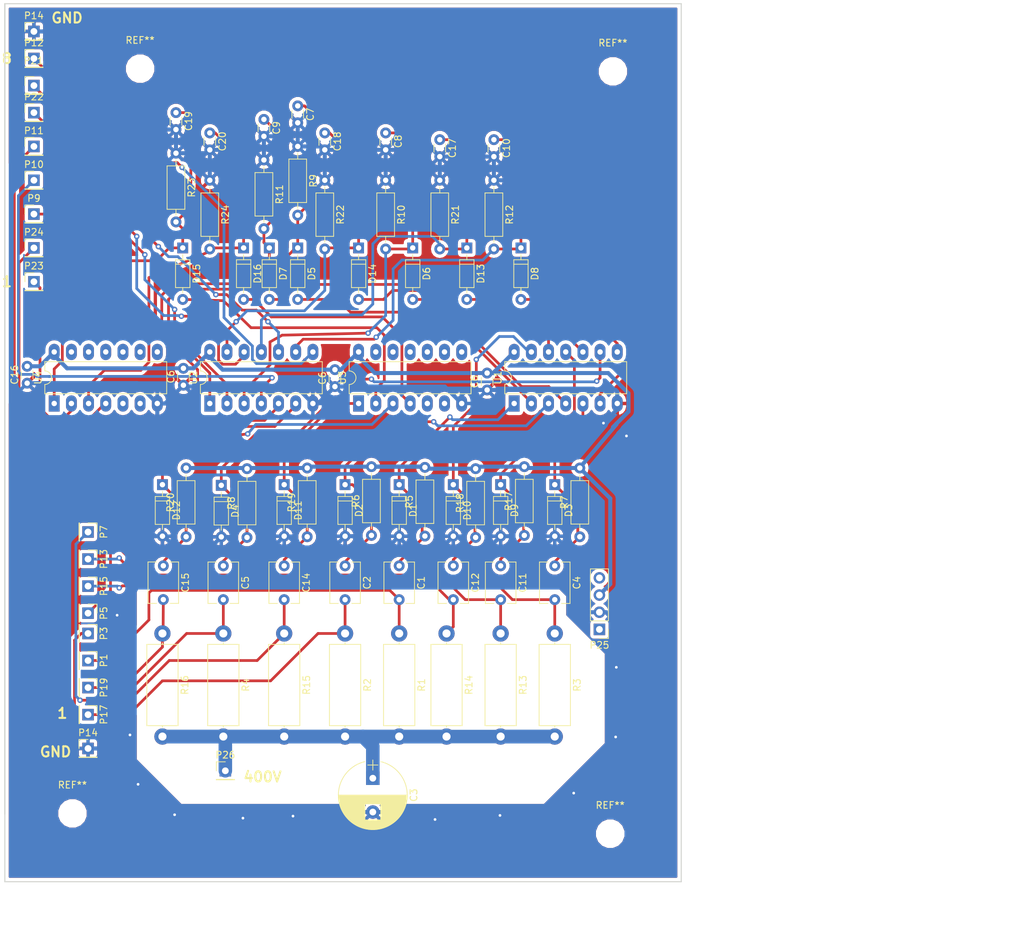
<source format=kicad_pcb>
(kicad_pcb (version 20170123) (host pcbnew "(2017-07-14 revision 22e95aa)-master")
  (layers (0 F.Cu signal) (31 B.Cu signal) (34 B.Paste user) (35 F.Paste user) (36 B.SilkS user) (37 F.SilkS user) (38 B.Mask user) (39 F.Mask user) (44 Edge.Cuts user))
  (net 0 "")
  (net 1 "Net-(C1-Pad1)")
  (net 2 "Net-(C1-Pad2)")
  (net 3 "Net-(C2-Pad2)")
  (net 4 "Net-(C2-Pad1)")
  (net 5 GND)
  (net 6 +5V)
  (net 7 "Net-(C4-Pad1)")
  (net 8 "Net-(C4-Pad2)")
  (net 9 "Net-(C5-Pad1)")
  (net 10 "Net-(C5-Pad2)")
  (net 11 "Net-(C7-Pad1)")
  (net 12 "Net-(C8-Pad1)")
  (net 13 "Net-(C9-Pad1)")
  (net 14 "Net-(C10-Pad1)")
  (net 15 "Net-(C11-Pad1)")
  (net 16 "Net-(C11-Pad2)")
  (net 17 "Net-(C12-Pad1)")
  (net 18 "Net-(C12-Pad2)")
  (net 19 "Net-(C14-Pad2)")
  (net 20 "Net-(C14-Pad1)")
  (net 21 "Net-(C15-Pad1)")
  (net 22 "Net-(C15-Pad2)")
  (net 23 "Net-(C17-Pad1)")
  (net 24 "Net-(C18-Pad1)")
  (net 25 "Net-(C19-Pad1)")
  (net 26 "Net-(C20-Pad1)")
  (net 27 "Net-(D5-Pad2)")
  (net 28 "Net-(D6-Pad2)")
  (net 29 "Net-(D7-Pad2)")
  (net 30 "Net-(D8-Pad2)")
  (net 31 "Net-(D13-Pad2)")
  (net 32 "Net-(D14-Pad2)")
  (net 33 "Net-(D15-Pad2)")
  (net 34 "Net-(D16-Pad2)")
  (net 35 "Net-(P9-Pad1)")
  (net 36 "Net-(P10-Pad1)")
  (net 37 "Net-(P11-Pad1)")
  (net 38 "Net-(P12-Pad1)")
  (net 39 "Net-(P21-Pad1)")
  (net 40 "Net-(P22-Pad1)")
  (net 41 "Net-(P23-Pad1)")
  (net 42 "Net-(P24-Pad1)")
  (net 43 "Net-(P25-Pad4)")
  (net 44 /400V)
  (net 45 "Net-(P25-Pad1)")
  (module Mounting_Holes:MountingHole_3.2mm_M3 (layer F.Cu) (at 120.7 41.5)
    (fp_text reference REF** (at 0 -4.2) (layer F.SilkS))
    (fp_text value MountingHole_3.2mm_M3)
    (pad 1 np_thru_hole circle (at 0 0) (size 3.2 3.2) (drill 3.2) (layers *.Cu *.Mask))
  )
  (module Mounting_Holes:MountingHole_3.2mm_M3 (layer F.Cu) (at 190.6 41.9)
    (fp_text reference REF** (at 0 -4.2) (layer F.SilkS))
    (fp_text value MountingHole_3.2mm_M3)
    (pad 1 np_thru_hole circle (at 0 0) (size 3.2 3.2) (drill 3.2) (layers *.Cu *.Mask))
  )
  (module Mounting_Holes:MountingHole_3.2mm_M3 (layer F.Cu) (at 190.2 154.6)
    (fp_text reference REF** (at 0 -4.2) (layer F.SilkS))
    (fp_text value MountingHole_3.2mm_M3)
    (pad 1 np_thru_hole circle (at 0 0) (size 3.2 3.2) (drill 3.2) (layers *.Cu *.Mask))
  )
  (module Pin_Headers:Pin_Header_Straight_1x01_Pitch2.54mm (layer F.Cu) (at 105 36)
    (fp_text reference P14 (at 0 -2.33) (layer F.SilkS))
    (fp_text value CONN_01X01)
    (pad 1 thru_hole rect (at 0 0) (size 1.7 1.7) (drill 1) (layers *.Cu *.Mask) (net 5 GND))
  )
  (module Capacitors_THT:C_Disc_D3.0mm_W1.6mm_P2.50mm (layer F.Cu) (at 172 89 90)
    (fp_text reference C6 (at 1.25 -1.86 90) (layer F.SilkS))
    (fp_text value 100N)
    (pad 2 thru_hole circle (at 2.5 0 90) (size 1.6 1.6) (drill 0.8) (layers *.Cu *.Mask) (net 6 +5V))
    (pad 1 thru_hole circle (at 0 0 90) (size 1.6 1.6) (drill 0.8) (layers *.Cu *.Mask) (net 5 GND))
  )
  (module Capacitors_THT:C_Disc_D3.0mm_W1.6mm_P2.50mm (layer F.Cu) (at 149.5 88.5 90)
    (fp_text reference C6 (at 1.25 -1.86 90) (layer F.SilkS))
    (fp_text value 100N)
    (pad 1 thru_hole circle (at 0 0 90) (size 1.6 1.6) (drill 0.8) (layers *.Cu *.Mask) (net 5 GND))
    (pad 2 thru_hole circle (at 2.5 0 90) (size 1.6 1.6) (drill 0.8) (layers *.Cu *.Mask) (net 6 +5V))
  )
  (module Diodes_THT:D_DO-35_SOD27_P7.62mm_Horizontal (layer F.Cu) (at 159 103 270)
    (fp_text reference D1 (at 3.81 -2.06 270) (layer F.SilkS))
    (fp_text value 5V3)
    (pad 1 thru_hole rect (at 0 0 270) (size 1.6 1.6) (drill 0.8) (layers *.Cu *.Mask) (net 1 "Net-(C1-Pad1)"))
    (pad 2 thru_hole oval (at 7.62 0 270) (size 1.6 1.6) (drill 0.8) (layers *.Cu *.Mask) (net 5 GND))
  )
  (module Diodes_THT:D_DO-35_SOD27_P7.62mm_Horizontal (layer F.Cu) (at 151 103 270)
    (fp_text reference D2 (at 3.81 -2.06 270) (layer F.SilkS))
    (fp_text value 5V3)
    (pad 1 thru_hole rect (at 0 0 270) (size 1.6 1.6) (drill 0.8) (layers *.Cu *.Mask) (net 4 "Net-(C2-Pad1)"))
    (pad 2 thru_hole oval (at 7.62 0 270) (size 1.6 1.6) (drill 0.8) (layers *.Cu *.Mask) (net 5 GND))
  )
  (module Diodes_THT:D_DO-35_SOD27_P7.62mm_Horizontal (layer F.Cu) (at 182 103 270)
    (fp_text reference D3 (at 3.81 -2.06 270) (layer F.SilkS))
    (fp_text value 5V3)
    (pad 1 thru_hole rect (at 0 0 270) (size 1.6 1.6) (drill 0.8) (layers *.Cu *.Mask) (net 7 "Net-(C4-Pad1)"))
    (pad 2 thru_hole oval (at 7.62 0 270) (size 1.6 1.6) (drill 0.8) (layers *.Cu *.Mask) (net 5 GND))
  )
  (module Diodes_THT:D_DO-35_SOD27_P7.62mm_Horizontal (layer F.Cu) (at 132.7 103.1 270)
    (fp_text reference D4 (at 3.81 -2.06 270) (layer F.SilkS))
    (fp_text value 5V3)
    (pad 1 thru_hole rect (at 0 0 270) (size 1.6 1.6) (drill 0.8) (layers *.Cu *.Mask) (net 9 "Net-(C5-Pad1)"))
    (pad 2 thru_hole oval (at 7.62 0 270) (size 1.6 1.6) (drill 0.8) (layers *.Cu *.Mask) (net 5 GND))
  )
  (module Diodes_THT:D_DO-35_SOD27_P7.62mm_Horizontal (layer F.Cu) (at 174 103 270)
    (fp_text reference D9 (at 3.81 -2.06 270) (layer F.SilkS))
    (fp_text value 5V3)
    (pad 1 thru_hole rect (at 0 0 270) (size 1.6 1.6) (drill 0.8) (layers *.Cu *.Mask) (net 15 "Net-(C11-Pad1)"))
    (pad 2 thru_hole oval (at 7.62 0 270) (size 1.6 1.6) (drill 0.8) (layers *.Cu *.Mask) (net 5 GND))
  )
  (module Diodes_THT:D_DO-35_SOD27_P7.62mm_Horizontal (layer F.Cu) (at 167 103 270)
    (fp_text reference D10 (at 3.81 -2.06 270) (layer F.SilkS))
    (fp_text value 5V3)
    (pad 1 thru_hole rect (at 0 0 270) (size 1.6 1.6) (drill 0.8) (layers *.Cu *.Mask) (net 17 "Net-(C12-Pad1)"))
    (pad 2 thru_hole oval (at 7.62 0 270) (size 1.6 1.6) (drill 0.8) (layers *.Cu *.Mask) (net 5 GND))
  )
  (module Diodes_THT:D_DO-35_SOD27_P7.62mm_Horizontal (layer F.Cu) (at 142 103 270)
    (fp_text reference D11 (at 3.81 -2.06 270) (layer F.SilkS))
    (fp_text value 5V3)
    (pad 1 thru_hole rect (at 0 0 270) (size 1.6 1.6) (drill 0.8) (layers *.Cu *.Mask) (net 20 "Net-(C14-Pad1)"))
    (pad 2 thru_hole oval (at 7.62 0 270) (size 1.6 1.6) (drill 0.8) (layers *.Cu *.Mask) (net 5 GND))
  )
  (module Diodes_THT:D_DO-35_SOD27_P7.62mm_Horizontal (layer F.Cu) (at 124 103 270)
    (fp_text reference D12 (at 3.81 -2.06 270) (layer F.SilkS))
    (fp_text value 5V3)
    (pad 1 thru_hole rect (at 0 0 270) (size 1.6 1.6) (drill 0.8) (layers *.Cu *.Mask) (net 21 "Net-(C15-Pad1)"))
    (pad 2 thru_hole oval (at 7.62 0 270) (size 1.6 1.6) (drill 0.8) (layers *.Cu *.Mask) (net 5 GND))
  )
  (module Diodes_THT:D_DO-35_SOD27_P7.62mm_Horizontal (layer F.Cu) (at 169 68 270)
    (fp_text reference D13 (at 3.81 -2.06 270) (layer F.SilkS))
    (fp_text value 1N914)
    (pad 1 thru_hole rect (at 0 0 270) (size 1.6 1.6) (drill 0.8) (layers *.Cu *.Mask) (net 23 "Net-(C17-Pad1)"))
    (pad 2 thru_hole oval (at 7.62 0 270) (size 1.6 1.6) (drill 0.8) (layers *.Cu *.Mask) (net 31 "Net-(D13-Pad2)"))
  )
  (module Diodes_THT:D_DO-35_SOD27_P7.62mm_Horizontal (layer F.Cu) (at 153 68 270)
    (fp_text reference D14 (at 3.81 -2.06 270) (layer F.SilkS))
    (fp_text value 1N914)
    (pad 1 thru_hole rect (at 0 0 270) (size 1.6 1.6) (drill 0.8) (layers *.Cu *.Mask) (net 24 "Net-(C18-Pad1)"))
    (pad 2 thru_hole oval (at 7.62 0 270) (size 1.6 1.6) (drill 0.8) (layers *.Cu *.Mask) (net 32 "Net-(D14-Pad2)"))
  )
  (module Diodes_THT:D_DO-35_SOD27_P7.62mm_Horizontal (layer F.Cu) (at 127 68 270)
    (fp_text reference D15 (at 3.81 -2.06 270) (layer F.SilkS))
    (fp_text value 1N914)
    (pad 1 thru_hole rect (at 0 0 270) (size 1.6 1.6) (drill 0.8) (layers *.Cu *.Mask) (net 25 "Net-(C19-Pad1)"))
    (pad 2 thru_hole oval (at 7.62 0 270) (size 1.6 1.6) (drill 0.8) (layers *.Cu *.Mask) (net 33 "Net-(D15-Pad2)"))
  )
  (module Diodes_THT:D_DO-35_SOD27_P7.62mm_Horizontal (layer F.Cu) (at 136 68 270)
    (fp_text reference D16 (at 3.81 -2.06 270) (layer F.SilkS))
    (fp_text value 1N914)
    (pad 1 thru_hole rect (at 0 0 270) (size 1.6 1.6) (drill 0.8) (layers *.Cu *.Mask) (net 26 "Net-(C20-Pad1)"))
    (pad 2 thru_hole oval (at 7.62 0 270) (size 1.6 1.6) (drill 0.8) (layers *.Cu *.Mask) (net 34 "Net-(D16-Pad2)"))
  )
  (module Resistors_ThroughHole:R_Axial_DIN0414_L11.9mm_D4.5mm_P15.24mm_Horizontal (layer F.Cu) (at 124 125 270)
    (fp_text reference R16 (at 7.62 -3.31 270) (layer F.SilkS))
    (fp_text value 10M)
    (pad 1 thru_hole circle (at 0 0 270) (size 2.4 2.4) (drill 1.2) (layers *.Cu *.Mask) (net 22 "Net-(C15-Pad2)"))
    (pad 2 thru_hole oval (at 15.24 0 270) (size 2.4 2.4) (drill 1.2) (layers *.Cu *.Mask) (net 44 /400V))
  )
  (module Capacitors_THT:CP_Radial_D10.0mm_P5.00mm (layer F.Cu) (at 155.1 146.4 270)
    (fp_text reference C3 (at 2.5 -6.06 270) (layer F.SilkS))
    (fp_text value 1uF)
    (pad 2 thru_hole circle (at 5 0 270) (size 2 2) (drill 1) (layers *.Cu *.Mask) (net 5 GND))
    (pad 1 thru_hole rect (at 0 0 270) (size 2 2) (drill 1) (layers *.Cu *.Mask) (net 44 /400V))
  )
  (module Capacitors_THT:C_Disc_D3.0mm_W1.6mm_P2.50mm (layer F.Cu) (at 127.1 88.3 90)
    (fp_text reference C6 (at 1.25 -1.86 90) (layer F.SilkS))
    (fp_text value 100N)
    (pad 2 thru_hole circle (at 2.5 0 90) (size 1.6 1.6) (drill 0.8) (layers *.Cu *.Mask) (net 6 +5V))
    (pad 1 thru_hole circle (at 0 0 90) (size 1.6 1.6) (drill 0.8) (layers *.Cu *.Mask) (net 5 GND))
  )
  (module Capacitors_THT:C_Disc_D3.0mm_W1.6mm_P2.50mm (layer F.Cu) (at 144 47 270)
    (fp_text reference C7 (at 1.25 -1.86 270) (layer F.SilkS))
    (fp_text value 4n7)
    (pad 2 thru_hole circle (at 2.5 0 270) (size 1.6 1.6) (drill 0.8) (layers *.Cu *.Mask) (net 5 GND))
    (pad 1 thru_hole circle (at 0 0 270) (size 1.6 1.6) (drill 0.8) (layers *.Cu *.Mask) (net 11 "Net-(C7-Pad1)"))
  )
  (module Capacitors_THT:C_Disc_D3.0mm_W1.6mm_P2.50mm (layer F.Cu) (at 157 51 270)
    (fp_text reference C8 (at 1.25 -1.86 270) (layer F.SilkS))
    (fp_text value 4n7)
    (pad 2 thru_hole circle (at 2.5 0 270) (size 1.6 1.6) (drill 0.8) (layers *.Cu *.Mask) (net 5 GND))
    (pad 1 thru_hole circle (at 0 0 270) (size 1.6 1.6) (drill 0.8) (layers *.Cu *.Mask) (net 12 "Net-(C8-Pad1)"))
  )
  (module Capacitors_THT:C_Disc_D3.0mm_W1.6mm_P2.50mm (layer F.Cu) (at 139 49 270)
    (fp_text reference C9 (at 1.25 -1.86 270) (layer F.SilkS))
    (fp_text value 4n7)
    (pad 2 thru_hole circle (at 2.5 0 270) (size 1.6 1.6) (drill 0.8) (layers *.Cu *.Mask) (net 5 GND))
    (pad 1 thru_hole circle (at 0 0 270) (size 1.6 1.6) (drill 0.8) (layers *.Cu *.Mask) (net 13 "Net-(C9-Pad1)"))
  )
  (module Capacitors_THT:C_Disc_D3.0mm_W1.6mm_P2.50mm (layer F.Cu) (at 173 52 270)
    (fp_text reference C10 (at 1.25 -1.86 270) (layer F.SilkS))
    (fp_text value 4n7)
    (pad 2 thru_hole circle (at 2.5 0 270) (size 1.6 1.6) (drill 0.8) (layers *.Cu *.Mask) (net 5 GND))
    (pad 1 thru_hole circle (at 0 0 270) (size 1.6 1.6) (drill 0.8) (layers *.Cu *.Mask) (net 14 "Net-(C10-Pad1)"))
  )
  (module Capacitors_THT:C_Disc_D3.0mm_W1.6mm_P2.50mm (layer F.Cu) (at 104 88 90)
    (fp_text reference C16 (at 1.25 -1.86 90) (layer F.SilkS))
    (fp_text value 100N)
    (pad 1 thru_hole circle (at 0 0 90) (size 1.6 1.6) (drill 0.8) (layers *.Cu *.Mask) (net 5 GND))
    (pad 2 thru_hole circle (at 2.5 0 90) (size 1.6 1.6) (drill 0.8) (layers *.Cu *.Mask) (net 6 +5V))
  )
  (module Capacitors_THT:C_Disc_D3.0mm_W1.6mm_P2.50mm (layer F.Cu) (at 165 52 270)
    (fp_text reference C17 (at 1.25 -1.86 270) (layer F.SilkS))
    (fp_text value 4n7)
    (pad 2 thru_hole circle (at 2.5 0 270) (size 1.6 1.6) (drill 0.8) (layers *.Cu *.Mask) (net 5 GND))
    (pad 1 thru_hole circle (at 0 0 270) (size 1.6 1.6) (drill 0.8) (layers *.Cu *.Mask) (net 23 "Net-(C17-Pad1)"))
  )
  (module Capacitors_THT:C_Disc_D3.0mm_W1.6mm_P2.50mm (layer F.Cu) (at 148 51 270)
    (fp_text reference C18 (at 1.25 -1.86 270) (layer F.SilkS))
    (fp_text value 4n7)
    (pad 2 thru_hole circle (at 2.5 0 270) (size 1.6 1.6) (drill 0.8) (layers *.Cu *.Mask) (net 5 GND))
    (pad 1 thru_hole circle (at 0 0 270) (size 1.6 1.6) (drill 0.8) (layers *.Cu *.Mask) (net 24 "Net-(C18-Pad1)"))
  )
  (module Capacitors_THT:C_Disc_D3.0mm_W1.6mm_P2.50mm (layer F.Cu) (at 126 48 270)
    (fp_text reference C19 (at 1.25 -1.86 270) (layer F.SilkS))
    (fp_text value 4n7)
    (pad 1 thru_hole circle (at 0 0 270) (size 1.6 1.6) (drill 0.8) (layers *.Cu *.Mask) (net 25 "Net-(C19-Pad1)"))
    (pad 2 thru_hole circle (at 2.5 0 270) (size 1.6 1.6) (drill 0.8) (layers *.Cu *.Mask) (net 5 GND))
  )
  (module Capacitors_THT:C_Disc_D3.0mm_W1.6mm_P2.50mm (layer F.Cu) (at 131 51 270)
    (fp_text reference C20 (at 1.25 -1.86 270) (layer F.SilkS))
    (fp_text value 4n7)
    (pad 2 thru_hole circle (at 2.5 0 270) (size 1.6 1.6) (drill 0.8) (layers *.Cu *.Mask) (net 5 GND))
    (pad 1 thru_hole circle (at 0 0 270) (size 1.6 1.6) (drill 0.8) (layers *.Cu *.Mask) (net 26 "Net-(C20-Pad1)"))
  )
  (module Pin_Headers:Pin_Header_Straight_1x01_Pitch2.54mm (layer F.Cu) (at 113 129 270)
    (fp_text reference P1 (at 0 -2.33 270) (layer F.SilkS))
    (fp_text value CONN_01X01)
    (pad 1 thru_hole rect (at 0 0 270) (size 1.7 1.7) (drill 1) (layers *.Cu *.Mask) (net 2 "Net-(C1-Pad2)"))
  )
  (module Pin_Headers:Pin_Header_Straight_1x01_Pitch2.54mm (layer F.Cu) (at 113 125 270)
    (fp_text reference P3 (at 0 -2.33 270) (layer F.SilkS))
    (fp_text value CONN_01X01)
    (pad 1 thru_hole rect (at 0 0 270) (size 1.7 1.7) (drill 1) (layers *.Cu *.Mask) (net 3 "Net-(C2-Pad2)"))
  )
  (module Pin_Headers:Pin_Header_Straight_1x01_Pitch2.54mm (layer F.Cu) (at 113 122 270)
    (fp_text reference P5 (at 0 -2.33 270) (layer F.SilkS))
    (fp_text value CONN_01X01)
    (pad 1 thru_hole rect (at 0 0 270) (size 1.7 1.7) (drill 1) (layers *.Cu *.Mask) (net 8 "Net-(C4-Pad2)"))
  )
  (module Pin_Headers:Pin_Header_Straight_1x01_Pitch2.54mm (layer F.Cu) (at 113 110 270)
    (fp_text reference P7 (at 0 -2.33 270) (layer F.SilkS))
    (fp_text value CONN_01X01)
    (pad 1 thru_hole rect (at 0 0 270) (size 1.7 1.7) (drill 1) (layers *.Cu *.Mask) (net 10 "Net-(C5-Pad2)"))
  )
  (module Pin_Headers:Pin_Header_Straight_1x01_Pitch2.54mm (layer F.Cu) (at 105 63)
    (fp_text reference P9 (at 0 -2.33) (layer F.SilkS))
    (fp_text value CONN_01X01)
    (pad 1 thru_hole rect (at 0 0) (size 1.7 1.7) (drill 1) (layers *.Cu *.Mask) (net 35 "Net-(P9-Pad1)"))
  )
  (module Pin_Headers:Pin_Header_Straight_1x01_Pitch2.54mm (layer F.Cu) (at 105 58)
    (fp_text reference P10 (at 0 -2.33) (layer F.SilkS))
    (fp_text value CONN_01X01)
    (pad 1 thru_hole rect (at 0 0) (size 1.7 1.7) (drill 1) (layers *.Cu *.Mask) (net 36 "Net-(P10-Pad1)"))
  )
  (module Pin_Headers:Pin_Header_Straight_1x01_Pitch2.54mm (layer F.Cu) (at 105 53)
    (fp_text reference P11 (at 0 -2.33) (layer F.SilkS))
    (fp_text value CONN_01X01)
    (pad 1 thru_hole rect (at 0 0) (size 1.7 1.7) (drill 1) (layers *.Cu *.Mask) (net 37 "Net-(P11-Pad1)"))
  )
  (module Pin_Headers:Pin_Header_Straight_1x01_Pitch2.54mm (layer F.Cu) (at 105 40)
    (fp_text reference P12 (at 0 -2.33) (layer F.SilkS))
    (fp_text value CONN_01X01)
    (pad 1 thru_hole rect (at 0 0) (size 1.7 1.7) (drill 1) (layers *.Cu *.Mask) (net 38 "Net-(P12-Pad1)"))
  )
  (module Pin_Headers:Pin_Header_Straight_1x01_Pitch2.54mm (layer F.Cu) (at 113 114 270)
    (fp_text reference P13 (at 0 -2.33 270) (layer F.SilkS))
    (fp_text value CONN_01X01)
    (pad 1 thru_hole rect (at 0 0 270) (size 1.7 1.7) (drill 1) (layers *.Cu *.Mask) (net 16 "Net-(C11-Pad2)"))
  )
  (module Pin_Headers:Pin_Header_Straight_1x01_Pitch2.54mm (layer F.Cu) (at 113 142)
    (fp_text reference P14 (at 0 -2.33) (layer F.SilkS))
    (fp_text value CONN_01X01)
    (pad 1 thru_hole rect (at 0 0) (size 1.7 1.7) (drill 1) (layers *.Cu *.Mask) (net 5 GND))
  )
  (module Pin_Headers:Pin_Header_Straight_1x01_Pitch2.54mm (layer F.Cu) (at 113 118 270)
    (fp_text reference P15 (at 0 -2.33 270) (layer F.SilkS))
    (fp_text value CONN_01X01)
    (pad 1 thru_hole rect (at 0 0 270) (size 1.7 1.7) (drill 1) (layers *.Cu *.Mask) (net 18 "Net-(C12-Pad2)"))
  )
  (module Pin_Headers:Pin_Header_Straight_1x01_Pitch2.54mm (layer F.Cu) (at 113 137 270)
    (fp_text reference P17 (at 0 -2.33 270) (layer F.SilkS))
    (fp_text value CONN_01X01)
    (pad 1 thru_hole rect (at 0 0 270) (size 1.7 1.7) (drill 1) (layers *.Cu *.Mask) (net 19 "Net-(C14-Pad2)"))
  )
  (module Pin_Headers:Pin_Header_Straight_1x01_Pitch2.54mm (layer F.Cu) (at 113 133 270)
    (fp_text reference P19 (at 0 -2.33 270) (layer F.SilkS))
    (fp_text value CONN_01X01)
    (pad 1 thru_hole rect (at 0 0 270) (size 1.7 1.7) (drill 1) (layers *.Cu *.Mask) (net 22 "Net-(C15-Pad2)"))
  )
  (module Pin_Headers:Pin_Header_Straight_1x01_Pitch2.54mm (layer F.Cu) (at 105 44)
    (fp_text reference P21 (at -0.043333 -3.6785) (layer F.SilkS))
    (fp_text value CONN_01X01)
    (pad 1 thru_hole rect (at 0 0) (size 1.7 1.7) (drill 1) (layers *.Cu *.Mask) (net 39 "Net-(P21-Pad1)"))
  )
  (module Pin_Headers:Pin_Header_Straight_1x01_Pitch2.54mm (layer F.Cu) (at 105 48)
    (fp_text reference P22 (at 0 -2.33) (layer F.SilkS))
    (fp_text value CONN_01X01)
    (pad 1 thru_hole rect (at 0 0) (size 1.7 1.7) (drill 1) (layers *.Cu *.Mask) (net 40 "Net-(P22-Pad1)"))
  )
  (module Pin_Headers:Pin_Header_Straight_1x01_Pitch2.54mm (layer F.Cu) (at 105 73)
    (fp_text reference P23 (at 0 -2.33) (layer F.SilkS))
    (fp_text value CONN_01X01)
    (pad 1 thru_hole rect (at 0 0) (size 1.7 1.7) (drill 1) (layers *.Cu *.Mask) (net 41 "Net-(P23-Pad1)"))
  )
  (module Pin_Headers:Pin_Header_Straight_1x01_Pitch2.54mm (layer F.Cu) (at 105 68)
    (fp_text reference P24 (at 0 -2.33) (layer F.SilkS))
    (fp_text value CONN_01X01)
    (pad 1 thru_hole rect (at 0 0) (size 1.7 1.7) (drill 1) (layers *.Cu *.Mask) (net 42 "Net-(P24-Pad1)"))
  )
  (module Pin_Headers:Pin_Header_Straight_1x04_Pitch2.54mm (layer F.Cu) (at 188.6 124.4 180)
    (fp_text reference P25 (at 0 -2.33 180) (layer F.SilkS))
    (fp_text value CONN_01X04)
    (pad 1 thru_hole rect (at 0 0 180) (size 1.7 1.7) (drill 1) (layers *.Cu *.Mask) (net 45 "Net-(P25-Pad1)"))
    (pad 2 thru_hole oval (at 0 2.54 180) (size 1.7 1.7) (drill 1) (layers *.Cu *.Mask) (net 5 GND))
    (pad 3 thru_hole oval (at 0 5.08 180) (size 1.7 1.7) (drill 1) (layers *.Cu *.Mask) (net 6 +5V))
    (pad 4 thru_hole oval (at 0 7.62 180) (size 1.7 1.7) (drill 1) (layers *.Cu *.Mask) (net 43 "Net-(P25-Pad4)"))
  )
  (module Resistors_ThroughHole:R_Axial_DIN0414_L11.9mm_D4.5mm_P15.24mm_Horizontal (layer F.Cu) (at 159 125 270)
    (fp_text reference R1 (at 7.62 -3.31 270) (layer F.SilkS))
    (fp_text value 10M)
    (pad 2 thru_hole oval (at 15.24 0 270) (size 2.4 2.4) (drill 1.2) (layers *.Cu *.Mask) (net 44 /400V))
    (pad 1 thru_hole circle (at 0 0 270) (size 2.4 2.4) (drill 1.2) (layers *.Cu *.Mask) (net 2 "Net-(C1-Pad2)"))
  )
  (module Resistors_ThroughHole:R_Axial_DIN0414_L11.9mm_D4.5mm_P15.24mm_Horizontal (layer F.Cu) (at 151 125 270)
    (fp_text reference R2 (at 7.62 -3.31 270) (layer F.SilkS))
    (fp_text value 10M)
    (pad 2 thru_hole oval (at 15.24 0 270) (size 2.4 2.4) (drill 1.2) (layers *.Cu *.Mask) (net 44 /400V))
    (pad 1 thru_hole circle (at 0 0 270) (size 2.4 2.4) (drill 1.2) (layers *.Cu *.Mask) (net 3 "Net-(C2-Pad2)"))
  )
  (module Resistors_ThroughHole:R_Axial_DIN0414_L11.9mm_D4.5mm_P15.24mm_Horizontal (layer F.Cu) (at 182 125 270)
    (fp_text reference R3 (at 7.62 -3.31 270) (layer F.SilkS))
    (fp_text value 10M)
    (pad 2 thru_hole oval (at 15.24 0 270) (size 2.4 2.4) (drill 1.2) (layers *.Cu *.Mask) (net 44 /400V))
    (pad 1 thru_hole circle (at 0 0 270) (size 2.4 2.4) (drill 1.2) (layers *.Cu *.Mask) (net 8 "Net-(C4-Pad2)"))
  )
  (module Resistors_ThroughHole:R_Axial_DIN0414_L11.9mm_D4.5mm_P15.24mm_Horizontal (layer F.Cu) (at 133 125 270)
    (fp_text reference R4 (at 7.62 -3.31 270) (layer F.SilkS))
    (fp_text value 10M)
    (pad 2 thru_hole oval (at 15.24 0 270) (size 2.4 2.4) (drill 1.2) (layers *.Cu *.Mask) (net 44 /400V))
    (pad 1 thru_hole circle (at 0 0 270) (size 2.4 2.4) (drill 1.2) (layers *.Cu *.Mask) (net 10 "Net-(C5-Pad2)"))
  )
  (module Resistors_THT:R_Axial_DIN0207_L6.3mm_D2.5mm_P10.16mm_Horizontal (layer F.Cu) (at 162.8 110.6 90)
    (fp_text reference R5 (at 5.08 -2.31 90) (layer F.SilkS))
    (fp_text value 100K)
    (pad 2 thru_hole oval (at 10.16 0 90) (size 1.6 1.6) (drill 0.8) (layers *.Cu *.Mask) (net 6 +5V))
    (pad 1 thru_hole circle (at 0 0 90) (size 1.6 1.6) (drill 0.8) (layers *.Cu *.Mask) (net 1 "Net-(C1-Pad1)"))
  )
  (module Resistors_THT:R_Axial_DIN0207_L6.3mm_D2.5mm_P10.16mm_Horizontal (layer F.Cu) (at 154.9 110.5 90)
    (fp_text reference R6 (at 5.08 -2.31 90) (layer F.SilkS))
    (fp_text value 100K)
    (pad 1 thru_hole circle (at 0 0 90) (size 1.6 1.6) (drill 0.8) (layers *.Cu *.Mask) (net 4 "Net-(C2-Pad1)"))
    (pad 2 thru_hole oval (at 10.16 0 90) (size 1.6 1.6) (drill 0.8) (layers *.Cu *.Mask) (net 6 +5V))
  )
  (module Resistors_THT:R_Axial_DIN0207_L6.3mm_D2.5mm_P10.16mm_Horizontal (layer F.Cu) (at 185.7 110.7 90)
    (fp_text reference R7 (at 5.08 -2.31 90) (layer F.SilkS))
    (fp_text value 100K)
    (pad 2 thru_hole oval (at 10.16 0 90) (size 1.6 1.6) (drill 0.8) (layers *.Cu *.Mask) (net 6 +5V))
    (pad 1 thru_hole circle (at 0 0 90) (size 1.6 1.6) (drill 0.8) (layers *.Cu *.Mask) (net 7 "Net-(C4-Pad1)"))
  )
  (module Resistors_THT:R_Axial_DIN0207_L6.3mm_D2.5mm_P10.16mm_Horizontal (layer F.Cu) (at 136.5 110.8 90)
    (fp_text reference R8 (at 5.08 -2.31 90) (layer F.SilkS))
    (fp_text value 100K)
    (pad 2 thru_hole oval (at 10.16 0 90) (size 1.6 1.6) (drill 0.8) (layers *.Cu *.Mask) (net 6 +5V))
    (pad 1 thru_hole circle (at 0 0 90) (size 1.6 1.6) (drill 0.8) (layers *.Cu *.Mask) (net 9 "Net-(C5-Pad1)"))
  )
  (module Resistors_THT:R_Axial_DIN0207_L6.3mm_D2.5mm_P10.16mm_Horizontal (layer F.Cu) (at 144 53 270)
    (fp_text reference R9 (at 5.08 -2.31 270) (layer F.SilkS))
    (fp_text value 220K)
    (pad 2 thru_hole oval (at 10.16 0 270) (size 1.6 1.6) (drill 0.8) (layers *.Cu *.Mask) (net 11 "Net-(C7-Pad1)"))
    (pad 1 thru_hole circle (at 0 0 270) (size 1.6 1.6) (drill 0.8) (layers *.Cu *.Mask) (net 5 GND))
  )
  (module Resistors_THT:R_Axial_DIN0207_L6.3mm_D2.5mm_P10.16mm_Horizontal (layer F.Cu) (at 157 58 270)
    (fp_text reference R10 (at 5.08 -2.31 270) (layer F.SilkS))
    (fp_text value 220K)
    (pad 2 thru_hole oval (at 10.16 0 270) (size 1.6 1.6) (drill 0.8) (layers *.Cu *.Mask) (net 12 "Net-(C8-Pad1)"))
    (pad 1 thru_hole circle (at 0 0 270) (size 1.6 1.6) (drill 0.8) (layers *.Cu *.Mask) (net 5 GND))
  )
  (module Resistors_THT:R_Axial_DIN0207_L6.3mm_D2.5mm_P10.16mm_Horizontal (layer F.Cu) (at 139 55 270)
    (fp_text reference R11 (at 5.08 -2.31 270) (layer F.SilkS))
    (fp_text value 220K)
    (pad 2 thru_hole oval (at 10.16 0 270) (size 1.6 1.6) (drill 0.8) (layers *.Cu *.Mask) (net 13 "Net-(C9-Pad1)"))
    (pad 1 thru_hole circle (at 0 0 270) (size 1.6 1.6) (drill 0.8) (layers *.Cu *.Mask) (net 5 GND))
  )
  (module Resistors_THT:R_Axial_DIN0207_L6.3mm_D2.5mm_P10.16mm_Horizontal (layer F.Cu) (at 173 58 270)
    (fp_text reference R12 (at 5.08 -2.31 270) (layer F.SilkS))
    (fp_text value 220K)
    (pad 1 thru_hole circle (at 0 0 270) (size 1.6 1.6) (drill 0.8) (layers *.Cu *.Mask) (net 5 GND))
    (pad 2 thru_hole oval (at 10.16 0 270) (size 1.6 1.6) (drill 0.8) (layers *.Cu *.Mask) (net 14 "Net-(C10-Pad1)"))
  )
  (module Resistors_ThroughHole:R_Axial_DIN0414_L11.9mm_D4.5mm_P15.24mm_Horizontal (layer F.Cu) (at 174 125 270)
    (fp_text reference R13 (at 7.62 -3.31 270) (layer F.SilkS))
    (fp_text value 10M)
    (pad 1 thru_hole circle (at 0 0 270) (size 2.4 2.4) (drill 1.2) (layers *.Cu *.Mask) (net 16 "Net-(C11-Pad2)"))
    (pad 2 thru_hole oval (at 15.24 0 270) (size 2.4 2.4) (drill 1.2) (layers *.Cu *.Mask) (net 44 /400V))
  )
  (module Resistors_ThroughHole:R_Axial_DIN0414_L11.9mm_D4.5mm_P15.24mm_Horizontal (layer F.Cu) (at 166 125 270)
    (fp_text reference R14 (at 7.62 -3.31 270) (layer F.SilkS))
    (fp_text value 10M)
    (pad 1 thru_hole circle (at 0 0 270) (size 2.4 2.4) (drill 1.2) (layers *.Cu *.Mask) (net 18 "Net-(C12-Pad2)"))
    (pad 2 thru_hole oval (at 15.24 0 270) (size 2.4 2.4) (drill 1.2) (layers *.Cu *.Mask) (net 44 /400V))
  )
  (module Resistors_ThroughHole:R_Axial_DIN0414_L11.9mm_D4.5mm_P15.24mm_Horizontal (layer F.Cu) (at 142 125 270)
    (fp_text reference R15 (at 7.62 -3.31 270) (layer F.SilkS))
    (fp_text value 10M)
    (pad 1 thru_hole circle (at 0 0 270) (size 2.4 2.4) (drill 1.2) (layers *.Cu *.Mask) (net 19 "Net-(C14-Pad2)"))
    (pad 2 thru_hole oval (at 15.24 0 270) (size 2.4 2.4) (drill 1.2) (layers *.Cu *.Mask) (net 44 /400V))
  )
  (module Resistors_THT:R_Axial_DIN0207_L6.3mm_D2.5mm_P10.16mm_Horizontal (layer F.Cu) (at 177.5 110.5 90)
    (fp_text reference R17 (at 5.08 -2.31 90) (layer F.SilkS))
    (fp_text value 100K)
    (pad 2 thru_hole oval (at 10.16 0 90) (size 1.6 1.6) (drill 0.8) (layers *.Cu *.Mask) (net 6 +5V))
    (pad 1 thru_hole circle (at 0 0 90) (size 1.6 1.6) (drill 0.8) (layers *.Cu *.Mask) (net 15 "Net-(C11-Pad1)"))
  )
  (module Resistors_THT:R_Axial_DIN0207_L6.3mm_D2.5mm_P10.16mm_Horizontal (layer F.Cu) (at 170.3 110.8 90)
    (fp_text reference R18 (at 5.08 -2.31 90) (layer F.SilkS))
    (fp_text value 100K)
    (pad 2 thru_hole oval (at 10.16 0 90) (size 1.6 1.6) (drill 0.8) (layers *.Cu *.Mask) (net 6 +5V))
    (pad 1 thru_hole circle (at 0 0 90) (size 1.6 1.6) (drill 0.8) (layers *.Cu *.Mask) (net 17 "Net-(C12-Pad1)"))
  )
  (module Resistors_THT:R_Axial_DIN0207_L6.3mm_D2.5mm_P10.16mm_Horizontal (layer F.Cu) (at 145.4 110.7 90)
    (fp_text reference R19 (at 5.08 -2.31 90) (layer F.SilkS))
    (fp_text value 100K)
    (pad 1 thru_hole circle (at 0 0 90) (size 1.6 1.6) (drill 0.8) (layers *.Cu *.Mask) (net 20 "Net-(C14-Pad1)"))
    (pad 2 thru_hole oval (at 10.16 0 90) (size 1.6 1.6) (drill 0.8) (layers *.Cu *.Mask) (net 6 +5V))
  )
  (module Resistors_THT:R_Axial_DIN0207_L6.3mm_D2.5mm_P10.16mm_Horizontal (layer F.Cu) (at 127.5 110.7 90)
    (fp_text reference R20 (at 5.08 -2.31 90) (layer F.SilkS))
    (fp_text value 100K)
    (pad 1 thru_hole circle (at 0 0 90) (size 1.6 1.6) (drill 0.8) (layers *.Cu *.Mask) (net 21 "Net-(C15-Pad1)"))
    (pad 2 thru_hole oval (at 10.16 0 90) (size 1.6 1.6) (drill 0.8) (layers *.Cu *.Mask) (net 6 +5V))
  )
  (module Resistors_THT:R_Axial_DIN0207_L6.3mm_D2.5mm_P10.16mm_Horizontal (layer F.Cu) (at 165 58 270)
    (fp_text reference R21 (at 5.08 -2.31 270) (layer F.SilkS))
    (fp_text value 220K)
    (pad 1 thru_hole circle (at 0 0 270) (size 1.6 1.6) (drill 0.8) (layers *.Cu *.Mask) (net 5 GND))
    (pad 2 thru_hole oval (at 10.16 0 270) (size 1.6 1.6) (drill 0.8) (layers *.Cu *.Mask) (net 23 "Net-(C17-Pad1)"))
  )
  (module Resistors_THT:R_Axial_DIN0207_L6.3mm_D2.5mm_P10.16mm_Horizontal (layer F.Cu) (at 148 58 270)
    (fp_text reference R22 (at 5.08 -2.31 270) (layer F.SilkS))
    (fp_text value 220K)
    (pad 1 thru_hole circle (at 0 0 270) (size 1.6 1.6) (drill 0.8) (layers *.Cu *.Mask) (net 5 GND))
    (pad 2 thru_hole oval (at 10.16 0 270) (size 1.6 1.6) (drill 0.8) (layers *.Cu *.Mask) (net 24 "Net-(C18-Pad1)"))
  )
  (module Resistors_THT:R_Axial_DIN0207_L6.3mm_D2.5mm_P10.16mm_Horizontal (layer F.Cu) (at 126 54 270)
    (fp_text reference R23 (at 5.08 -2.31 270) (layer F.SilkS))
    (fp_text value 220K)
    (pad 1 thru_hole circle (at 0 0 270) (size 1.6 1.6) (drill 0.8) (layers *.Cu *.Mask) (net 5 GND))
    (pad 2 thru_hole oval (at 10.16 0 270) (size 1.6 1.6) (drill 0.8) (layers *.Cu *.Mask) (net 25 "Net-(C19-Pad1)"))
  )
  (module Resistors_THT:R_Axial_DIN0207_L6.3mm_D2.5mm_P10.16mm_Horizontal (layer F.Cu) (at 131 58 270)
    (fp_text reference R24 (at 5.08 -2.31 270) (layer F.SilkS))
    (fp_text value 220K)
    (pad 1 thru_hole circle (at 0 0 270) (size 1.6 1.6) (drill 0.8) (layers *.Cu *.Mask) (net 5 GND))
    (pad 2 thru_hole oval (at 10.16 0 270) (size 1.6 1.6) (drill 0.8) (layers *.Cu *.Mask) (net 26 "Net-(C20-Pad1)"))
  )
  (module Housings_DIP:DIP-14_W7.62mm_LongPads (layer F.Cu) (at 176 91 90)
    (fp_text reference U1 (at 3.81 -2.39 90) (layer F.SilkS))
    (fp_text value 74HC14)
    (pad 14 thru_hole oval (at 7.62 0 90) (size 2.4 1.6) (drill 0.8) (layers *.Cu *.Mask) (net 6 +5V))
    (pad 7 thru_hole oval (at 0 15.24 90) (size 2.4 1.6) (drill 0.8) (layers *.Cu *.Mask) (net 5 GND))
    (pad 13 thru_hole oval (at 7.62 2.54 90) (size 2.4 1.6) (drill 0.8) (layers *.Cu *.Mask) (net 17 "Net-(C12-Pad1)"))
    (pad 6 thru_hole oval (at 0 12.7 90) (size 2.4 1.6) (drill 0.8) (layers *.Cu *.Mask) (net 29 "Net-(D7-Pad2)"))
    (pad 12 thru_hole oval (at 7.62 5.08 90) (size 2.4 1.6) (drill 0.8) (layers *.Cu *.Mask) (net 32 "Net-(D14-Pad2)"))
    (pad 5 thru_hole oval (at 0 10.16 90) (size 2.4 1.6) (drill 0.8) (layers *.Cu *.Mask) (net 7 "Net-(C4-Pad1)"))
    (pad 11 thru_hole oval (at 7.62 7.62 90) (size 2.4 1.6) (drill 0.8) (layers *.Cu *.Mask) (net 15 "Net-(C11-Pad1)"))
    (pad 4 thru_hole oval (at 0 7.62 90) (size 2.4 1.6) (drill 0.8) (layers *.Cu *.Mask) (net 28 "Net-(D6-Pad2)"))
    (pad 10 thru_hole oval (at 7.62 10.16 90) (size 2.4 1.6) (drill 0.8) (layers *.Cu *.Mask) (net 31 "Net-(D13-Pad2)"))
    (pad 3 thru_hole oval (at 0 5.08 90) (size 2.4 1.6) (drill 0.8) (layers *.Cu *.Mask) (net 4 "Net-(C2-Pad1)"))
    (pad 9 thru_hole oval (at 7.62 12.7 90) (size 2.4 1.6) (drill 0.8) (layers *.Cu *.Mask) (net 9 "Net-(C5-Pad1)"))
    (pad 2 thru_hole oval (at 0 2.54 90) (size 2.4 1.6) (drill 0.8) (layers *.Cu *.Mask) (net 27 "Net-(D5-Pad2)"))
    (pad 8 thru_hole oval (at 7.62 15.24 90) (size 2.4 1.6) (drill 0.8) (layers *.Cu *.Mask) (net 30 "Net-(D8-Pad2)"))
    (pad 1 thru_hole rect (at 0 0 90) (size 2.4 1.6) (drill 0.8) (layers *.Cu *.Mask) (net 1 "Net-(C1-Pad1)"))
  )
  (module Housings_DIP:DIP-14_W7.62mm_LongPads (layer F.Cu) (at 131 91 90)
    (fp_text reference U2 (at 3.81 -2.39 90) (layer F.SilkS))
    (fp_text value 74LS14)
    (pad 1 thru_hole rect (at 0 0 90) (size 2.4 1.6) (drill 0.8) (layers *.Cu *.Mask) (net 11 "Net-(C7-Pad1)"))
    (pad 8 thru_hole oval (at 7.62 15.24 90) (size 2.4 1.6) (drill 0.8) (layers *.Cu *.Mask) (net 38 "Net-(P12-Pad1)"))
    (pad 2 thru_hole oval (at 0 2.54 90) (size 2.4 1.6) (drill 0.8) (layers *.Cu *.Mask) (net 35 "Net-(P9-Pad1)"))
    (pad 9 thru_hole oval (at 7.62 12.7 90) (size 2.4 1.6) (drill 0.8) (layers *.Cu *.Mask) (net 14 "Net-(C10-Pad1)"))
    (pad 3 thru_hole oval (at 0 5.08 90) (size 2.4 1.6) (drill 0.8) (layers *.Cu *.Mask) (net 12 "Net-(C8-Pad1)"))
    (pad 10 thru_hole oval (at 7.62 10.16 90) (size 2.4 1.6) (drill 0.8) (layers *.Cu *.Mask) (net 39 "Net-(P21-Pad1)"))
    (pad 4 thru_hole oval (at 0 7.62 90) (size 2.4 1.6) (drill 0.8) (layers *.Cu *.Mask) (net 36 "Net-(P10-Pad1)"))
    (pad 11 thru_hole oval (at 7.62 7.62 90) (size 2.4 1.6) (drill 0.8) (layers *.Cu *.Mask) (net 23 "Net-(C17-Pad1)"))
    (pad 5 thru_hole oval (at 0 10.16 90) (size 2.4 1.6) (drill 0.8) (layers *.Cu *.Mask) (net 13 "Net-(C9-Pad1)"))
    (pad 12 thru_hole oval (at 7.62 5.08 90) (size 2.4 1.6) (drill 0.8) (layers *.Cu *.Mask) (net 40 "Net-(P22-Pad1)"))
    (pad 6 thru_hole oval (at 0 12.7 90) (size 2.4 1.6) (drill 0.8) (layers *.Cu *.Mask) (net 37 "Net-(P11-Pad1)"))
    (pad 13 thru_hole oval (at 7.62 2.54 90) (size 2.4 1.6) (drill 0.8) (layers *.Cu *.Mask) (net 24 "Net-(C18-Pad1)"))
    (pad 7 thru_hole oval (at 0 15.24 90) (size 2.4 1.6) (drill 0.8) (layers *.Cu *.Mask) (net 5 GND))
    (pad 14 thru_hole oval (at 7.62 0 90) (size 2.4 1.6) (drill 0.8) (layers *.Cu *.Mask) (net 6 +5V))
  )
  (module Housings_DIP:DIP-14_W7.62mm_LongPads (layer F.Cu) (at 153 91 90)
    (fp_text reference U3 (at 3.81 -2.39 90) (layer F.SilkS))
    (fp_text value 74HC14)
    (pad 14 thru_hole oval (at 7.62 0 90) (size 2.4 1.6) (drill 0.8) (layers *.Cu *.Mask) (net 6 +5V))
    (pad 7 thru_hole oval (at 0 15.24 90) (size 2.4 1.6) (drill 0.8) (layers *.Cu *.Mask) (net 5 GND))
    (pad 13 thru_hole oval (at 7.62 2.54 90) (size 2.4 1.6) (drill 0.8) (layers *.Cu *.Mask))
    (pad 6 thru_hole oval (at 0 12.7 90) (size 2.4 1.6) (drill 0.8) (layers *.Cu *.Mask))
    (pad 12 thru_hole oval (at 7.62 5.08 90) (size 2.4 1.6) (drill 0.8) (layers *.Cu *.Mask))
    (pad 5 thru_hole oval (at 0 10.16 90) (size 2.4 1.6) (drill 0.8) (layers *.Cu *.Mask))
    (pad 11 thru_hole oval (at 7.62 7.62 90) (size 2.4 1.6) (drill 0.8) (layers *.Cu *.Mask))
    (pad 4 thru_hole oval (at 0 7.62 90) (size 2.4 1.6) (drill 0.8) (layers *.Cu *.Mask) (net 34 "Net-(D16-Pad2)"))
    (pad 10 thru_hole oval (at 7.62 10.16 90) (size 2.4 1.6) (drill 0.8) (layers *.Cu *.Mask))
    (pad 3 thru_hole oval (at 0 5.08 90) (size 2.4 1.6) (drill 0.8) (layers *.Cu *.Mask) (net 21 "Net-(C15-Pad1)"))
    (pad 9 thru_hole oval (at 7.62 12.7 90) (size 2.4 1.6) (drill 0.8) (layers *.Cu *.Mask))
    (pad 2 thru_hole oval (at 0 2.54 90) (size 2.4 1.6) (drill 0.8) (layers *.Cu *.Mask) (net 33 "Net-(D15-Pad2)"))
    (pad 8 thru_hole oval (at 7.62 15.24 90) (size 2.4 1.6) (drill 0.8) (layers *.Cu *.Mask))
    (pad 1 thru_hole rect (at 0 0 90) (size 2.4 1.6) (drill 0.8) (layers *.Cu *.Mask) (net 20 "Net-(C14-Pad1)"))
  )
  (module Housings_DIP:DIP-14_W7.62mm_LongPads (layer F.Cu) (at 108 91 90)
    (fp_text reference U4 (at 3.81 -2.39 90) (layer F.SilkS))
    (fp_text value 74LS14)
    (pad 1 thru_hole rect (at 0 0 90) (size 2.4 1.6) (drill 0.8) (layers *.Cu *.Mask) (net 25 "Net-(C19-Pad1)"))
    (pad 8 thru_hole oval (at 7.62 15.24 90) (size 2.4 1.6) (drill 0.8) (layers *.Cu *.Mask))
    (pad 2 thru_hole oval (at 0 2.54 90) (size 2.4 1.6) (drill 0.8) (layers *.Cu *.Mask) (net 41 "Net-(P23-Pad1)"))
    (pad 9 thru_hole oval (at 7.62 12.7 90) (size 2.4 1.6) (drill 0.8) (layers *.Cu *.Mask))
    (pad 3 thru_hole oval (at 0 5.08 90) (size 2.4 1.6) (drill 0.8) (layers *.Cu *.Mask) (net 26 "Net-(C20-Pad1)"))
    (pad 10 thru_hole oval (at 7.62 10.16 90) (size 2.4 1.6) (drill 0.8) (layers *.Cu *.Mask))
    (pad 4 thru_hole oval (at 0 7.62 90) (size 2.4 1.6) (drill 0.8) (layers *.Cu *.Mask) (net 42 "Net-(P24-Pad1)"))
    (pad 11 thru_hole oval (at 7.62 7.62 90) (size 2.4 1.6) (drill 0.8) (layers *.Cu *.Mask))
    (pad 5 thru_hole oval (at 0 10.16 90) (size 2.4 1.6) (drill 0.8) (layers *.Cu *.Mask))
    (pad 12 thru_hole oval (at 7.62 5.08 90) (size 2.4 1.6) (drill 0.8) (layers *.Cu *.Mask))
    (pad 6 thru_hole oval (at 0 12.7 90) (size 2.4 1.6) (drill 0.8) (layers *.Cu *.Mask))
    (pad 13 thru_hole oval (at 7.62 2.54 90) (size 2.4 1.6) (drill 0.8) (layers *.Cu *.Mask))
    (pad 7 thru_hole oval (at 0 15.24 90) (size 2.4 1.6) (drill 0.8) (layers *.Cu *.Mask) (net 5 GND))
    (pad 14 thru_hole oval (at 7.62 0 90) (size 2.4 1.6) (drill 0.8) (layers *.Cu *.Mask) (net 6 +5V))
  )
  (module Capacitors_THT:C_Disc_D6.0mm_W4.4mm_P5.00mm (layer F.Cu) (at 159 115 270)
    (fp_text reference C1 (at 2.5 -3.26 270) (layer F.SilkS))
    (fp_text value 10p)
    (pad 2 thru_hole circle (at 5 0 270) (size 1.6 1.6) (drill 0.8) (layers *.Cu *.Mask) (net 2 "Net-(C1-Pad2)"))
    (pad 1 thru_hole circle (at 0 0 270) (size 1.6 1.6) (drill 0.8) (layers *.Cu *.Mask) (net 1 "Net-(C1-Pad1)"))
  )
  (module Capacitors_THT:C_Disc_D6.0mm_W4.4mm_P5.00mm (layer F.Cu) (at 151 115 270)
    (fp_text reference C2 (at 2.5 -3.26 270) (layer F.SilkS))
    (fp_text value 10p)
    (pad 2 thru_hole circle (at 5 0 270) (size 1.6 1.6) (drill 0.8) (layers *.Cu *.Mask) (net 3 "Net-(C2-Pad2)"))
    (pad 1 thru_hole circle (at 0 0 270) (size 1.6 1.6) (drill 0.8) (layers *.Cu *.Mask) (net 4 "Net-(C2-Pad1)"))
  )
  (module Capacitors_THT:C_Disc_D6.0mm_W4.4mm_P5.00mm (layer F.Cu) (at 182 115 270)
    (fp_text reference C4 (at 2.5 -3.26 270) (layer F.SilkS))
    (fp_text value 10p)
    (pad 2 thru_hole circle (at 5 0 270) (size 1.6 1.6) (drill 0.8) (layers *.Cu *.Mask) (net 8 "Net-(C4-Pad2)"))
    (pad 1 thru_hole circle (at 0 0 270) (size 1.6 1.6) (drill 0.8) (layers *.Cu *.Mask) (net 7 "Net-(C4-Pad1)"))
  )
  (module Capacitors_THT:C_Disc_D6.0mm_W4.4mm_P5.00mm (layer F.Cu) (at 133 115 270)
    (fp_text reference C5 (at 2.5 -3.26 270) (layer F.SilkS))
    (fp_text value 10p)
    (pad 1 thru_hole circle (at 0 0 270) (size 1.6 1.6) (drill 0.8) (layers *.Cu *.Mask) (net 9 "Net-(C5-Pad1)"))
    (pad 2 thru_hole circle (at 5 0 270) (size 1.6 1.6) (drill 0.8) (layers *.Cu *.Mask) (net 10 "Net-(C5-Pad2)"))
  )
  (module Capacitors_THT:C_Disc_D6.0mm_W4.4mm_P5.00mm (layer F.Cu) (at 174 115 270)
    (fp_text reference C11 (at 2.5 -3.26 270) (layer F.SilkS))
    (fp_text value 10p)
    (pad 1 thru_hole circle (at 0 0 270) (size 1.6 1.6) (drill 0.8) (layers *.Cu *.Mask) (net 15 "Net-(C11-Pad1)"))
    (pad 2 thru_hole circle (at 5 0 270) (size 1.6 1.6) (drill 0.8) (layers *.Cu *.Mask) (net 16 "Net-(C11-Pad2)"))
  )
  (module Capacitors_THT:C_Disc_D6.0mm_W4.4mm_P5.00mm (layer F.Cu) (at 167 115 270)
    (fp_text reference C12 (at 2.5 -3.26 270) (layer F.SilkS))
    (fp_text value 10p)
    (pad 2 thru_hole circle (at 5 0 270) (size 1.6 1.6) (drill 0.8) (layers *.Cu *.Mask) (net 18 "Net-(C12-Pad2)"))
    (pad 1 thru_hole circle (at 0 0 270) (size 1.6 1.6) (drill 0.8) (layers *.Cu *.Mask) (net 17 "Net-(C12-Pad1)"))
  )
  (module Capacitors_THT:C_Disc_D6.0mm_W4.4mm_P5.00mm (layer F.Cu) (at 142 115 270)
    (fp_text reference C14 (at 2.5 -3.26 270) (layer F.SilkS))
    (fp_text value 10p)
    (pad 1 thru_hole circle (at 0 0 270) (size 1.6 1.6) (drill 0.8) (layers *.Cu *.Mask) (net 20 "Net-(C14-Pad1)"))
    (pad 2 thru_hole circle (at 5 0 270) (size 1.6 1.6) (drill 0.8) (layers *.Cu *.Mask) (net 19 "Net-(C14-Pad2)"))
  )
  (module Capacitors_THT:C_Disc_D6.0mm_W4.4mm_P5.00mm (layer F.Cu) (at 124.13 114.99 270)
    (fp_text reference C15 (at 2.5 -3.26 270) (layer F.SilkS))
    (fp_text value 10p)
    (pad 1 thru_hole circle (at 0 0 270) (size 1.6 1.6) (drill 0.8) (layers *.Cu *.Mask) (net 21 "Net-(C15-Pad1)"))
    (pad 2 thru_hole circle (at 5 0 270) (size 1.6 1.6) (drill 0.8) (layers *.Cu *.Mask) (net 22 "Net-(C15-Pad2)"))
  )
  (module Diodes_THT:D_DO-35_SOD27_P7.62mm_Horizontal (layer F.Cu) (at 144 68 270)
    (fp_text reference D5 (at 3.81 -2.06 270) (layer F.SilkS))
    (fp_text value 1N914)
    (pad 1 thru_hole rect (at 0 0 270) (size 1.6 1.6) (drill 0.8) (layers *.Cu *.Mask) (net 11 "Net-(C7-Pad1)"))
    (pad 2 thru_hole oval (at 7.62 0 270) (size 1.6 1.6) (drill 0.8) (layers *.Cu *.Mask) (net 27 "Net-(D5-Pad2)"))
  )
  (module Diodes_THT:D_DO-35_SOD27_P7.62mm_Horizontal (layer F.Cu) (at 161 68 270)
    (fp_text reference D6 (at 3.81 -2.06 270) (layer F.SilkS))
    (fp_text value 1N914)
    (pad 2 thru_hole oval (at 7.62 0 270) (size 1.6 1.6) (drill 0.8) (layers *.Cu *.Mask) (net 28 "Net-(D6-Pad2)"))
    (pad 1 thru_hole rect (at 0 0 270) (size 1.6 1.6) (drill 0.8) (layers *.Cu *.Mask) (net 12 "Net-(C8-Pad1)"))
  )
  (module Diodes_THT:D_DO-35_SOD27_P7.62mm_Horizontal (layer F.Cu) (at 139.8 68 270)
    (fp_text reference D7 (at 3.81 -2.06 270) (layer F.SilkS))
    (fp_text value 1N914)
    (pad 2 thru_hole oval (at 7.62 0 270) (size 1.6 1.6) (drill 0.8) (layers *.Cu *.Mask) (net 29 "Net-(D7-Pad2)"))
    (pad 1 thru_hole rect (at 0 0 270) (size 1.6 1.6) (drill 0.8) (layers *.Cu *.Mask) (net 13 "Net-(C9-Pad1)"))
  )
  (module Diodes_THT:D_DO-35_SOD27_P7.62mm_Horizontal (layer F.Cu) (at 177 68 270)
    (fp_text reference D8 (at 3.81 -2.06 270) (layer F.SilkS))
    (fp_text value 1N914)
    (pad 1 thru_hole rect (at 0 0 270) (size 1.6 1.6) (drill 0.8) (layers *.Cu *.Mask) (net 14 "Net-(C10-Pad1)"))
    (pad 2 thru_hole oval (at 7.62 0 270) (size 1.6 1.6) (drill 0.8) (layers *.Cu *.Mask) (net 30 "Net-(D8-Pad2)"))
  )
  (module Pin_Headers:Pin_Header_Straight_1x01_Pitch2.54mm (layer F.Cu) (at 133.3 145.3)
    (fp_text reference P26 (at 0 -2.33) (layer F.SilkS))
    (fp_text value CONN_01X01)
    (pad 1 thru_hole rect (at 0 0) (size 1.7 1.7) (drill 1) (layers *.Cu *.Mask) (net 44 /400V))
  )
  (module Mounting_Holes:MountingHole_3.2mm_M3 (layer F.Cu) (at 110.7 151.6)
    (fp_text reference REF** (at 0 -4.2) (layer F.SilkS))
    (fp_text value MountingHole_3.2mm_M3)
    (pad 1 np_thru_hole circle (at 0 0) (size 3.2 3.2) (drill 3.2) (layers *.Cu *.Mask))
  )
  (gr_line (start 100.7 31.9) (end 100.7 161.7) (angle 90) (layer Edge.Cuts) (width 0.15))
  (gr_line (start 100.7 151.7) (end 100.7 31.9) (angle 90) (layer Edge.Cuts) (width 0.15))
  (gr_line (start 200.7 161.7) (end 100.7 161.7) (angle 90) (layer Edge.Cuts) (width 0.15))
  (gr_line (start 200.7 31.9) (end 200.7 161.7) (angle 90) (layer Edge.Cuts) (width 0.15))
  (gr_line (start 100.7 31.9) (end 200.7 31.9) (angle 90) (layer Edge.Cuts) (width 0.15))
  (gr_text 1 (at 109.2 136.8) (layer F.SilkS) (effects (font (size 1.5 1.5) (thickness 0.3))))
  (gr_text "GND\n" (at 108.2 142.5) (layer F.SilkS) (effects (font (size 1.5 1.5) (thickness 0.3))))
  (gr_text 400V (at 138.8 146.2) (layer F.SilkS) (effects (font (size 1.5 1.5) (thickness 0.3))))
  (gr_text GND (at 109.9 34) (layer F.SilkS) (effects (font (size 1.5 1.5) (thickness 0.3))))
  (gr_text 8 (at 101 40) (layer F.SilkS) (effects (font (size 1.5 1.5) (thickness 0.3))))
  (gr_text 1 (at 101 73) (layer F.SilkS) (effects (font (size 1.5 1.5) (thickness 0.3))))
  (segment (start 159 103) (end 159 100.5) (width 0.4) (layer F.Cu) (net 1))
  (segment (start 173.6 93.4) (end 176 91) (width 0.4) (layer B.Cu) (net 1))
  (segment (start 166.9 93.4) (end 173.6 93.4) (width 0.4) (layer B.Cu) (net 1))
  (segment (start 166.5 93) (end 166.9 93.4) (width 0.4) (layer B.Cu) (net 1))
  (via (at 166.5 93) (size 0.8) (drill 0.4) (layers F.Cu B.Cu) (net 1))
  (segment (start 159 100.5) (end 166.5 93) (width 0.4) (layer F.Cu) (net 1))
  (segment (start 159 115) (end 159 114.4) (width 0.4) (layer F.Cu) (net 1))
  (segment (start 159 114.4) (end 162.4 111) (width 0.4) (layer F.Cu) (net 1))
  (segment (start 162.4 111) (end 162.4 106.4) (width 0.4) (layer F.Cu) (net 1))
  (segment (start 162.4 106.4) (end 159 103) (width 0.4) (layer F.Cu) (net 1))
  (segment (start 113 129) (end 116 129) (width 0.4) (layer F.Cu) (net 2))
  (segment (start 157.63 118.63) (end 159 120) (width 0.4) (layer F.Cu) (net 2))
  (segment (start 122.37 118.63) (end 157.63 118.63) (width 0.4) (layer F.Cu) (net 2))
  (segment (start 122 119) (end 122.37 118.63) (width 0.4) (layer F.Cu) (net 2))
  (segment (start 122 123) (end 122 119) (width 0.4) (layer F.Cu) (net 2))
  (segment (start 116 129) (end 122 123) (width 0.4) (layer F.Cu) (net 2))
  (segment (start 159 120) (end 159 125) (width 0.4) (layer F.Cu) (net 2))
  (segment (start 113 125) (end 112 125) (width 0.4) (layer F.Cu) (net 3))
  (segment (start 147 125) (end 140 132) (width 0.4) (layer F.Cu) (net 3))
  (segment (start 140 132) (end 124 132) (width 0.4) (layer F.Cu) (net 3))
  (segment (start 124 132) (end 116 140) (width 0.4) (layer F.Cu) (net 3))
  (segment (start 116 140) (end 113 140) (width 0.4) (layer F.Cu) (net 3))
  (segment (start 113 140) (end 111 138) (width 0.4) (layer F.Cu) (net 3))
  (segment (start 111 138) (end 111 126) (width 0.4) (layer F.Cu) (net 3))
  (segment (start 111 126) (end 112 125) (width 0.4) (layer F.Cu) (net 3))
  (segment (start 147 125) (end 151 125) (width 0.4) (layer F.Cu) (net 3))
  (segment (start 151 120) (end 151 125) (width 0.4) (layer F.Cu) (net 3))
  (segment (start 151 103) (end 151 100.3) (width 0.4) (layer F.Cu) (net 4))
  (segment (start 177.78 94.3) (end 181.08 91) (width 0.4) (layer B.Cu) (net 4))
  (segment (start 164.7 94.3) (end 177.78 94.3) (width 0.4) (layer B.Cu) (net 4))
  (segment (start 164.1 93.7) (end 164.7 94.3) (width 0.4) (layer B.Cu) (net 4))
  (via (at 164.1 93.7) (size 0.8) (drill 0.4) (layers F.Cu B.Cu) (net 4))
  (segment (start 157.6 93.7) (end 164.1 93.7) (width 0.4) (layer F.Cu) (net 4))
  (segment (start 151 100.3) (end 157.6 93.7) (width 0.4) (layer F.Cu) (net 4))
  (segment (start 151 115) (end 151 114.4) (width 0.4) (layer F.Cu) (net 4))
  (segment (start 151 114.4) (end 154.9 110.5) (width 0.4) (layer F.Cu) (net 4))
  (segment (start 154.9 110.5) (end 154.9 105.8) (width 0.4) (layer F.Cu) (net 4))
  (segment (start 154.9 105.8) (end 152.1 103) (width 0.4) (layer F.Cu) (net 4))
  (segment (start 152.1 103) (end 151 103) (width 0.4) (layer F.Cu) (net 4))
  (via (at 117.3 122.3) (size 0.8) (drill 0.4) (layers F.Cu B.Cu) (net 5))
  (via (at 119.2 140) (size 0.8) (drill 0.4) (layers F.Cu B.Cu) (net 5))
  (via (at 191.1 130) (size 0.8) (drill 0.4) (layers F.Cu B.Cu) (net 5))
  (segment (start 191.1 130) (end 191 130) (width 0.6) (layer B.Cu) (net 5))
  (via (at 191 140.3) (size 0.8) (drill 0.4) (layers F.Cu B.Cu) (net 5))
  (via (at 184.8 148.6) (size 0.8) (drill 0.4) (layers F.Cu B.Cu) (net 5))
  (via (at 173.9 151.9) (size 0.8) (drill 0.4) (layers F.Cu B.Cu) (net 5))
  (via (at 164.3 152.5) (size 0.8) (drill 0.4) (layers F.Cu B.Cu) (net 5))
  (via (at 143.3 152) (size 0.8) (drill 0.4) (layers F.Cu B.Cu) (net 5))
  (via (at 135.9 152.3) (size 0.8) (drill 0.4) (layers F.Cu B.Cu) (net 5))
  (via (at 125.8 151.8) (size 0.8) (drill 0.4) (layers F.Cu B.Cu) (net 5))
  (via (at 120.4 147.3) (size 0.8) (drill 0.4) (layers F.Cu B.Cu) (net 5))
  (segment (start 155.1 151.4) (end 181.4 151.4) (width 0.6) (layer B.Cu) (net 5))
  (segment (start 191.24 91) (end 191.24 91.86) (width 0.6) (layer B.Cu) (net 5))
  (segment (start 191.24 91.86) (end 189.2 93.9) (width 0.6) (layer B.Cu) (net 5))
  (segment (start 192.8 95.6) (end 192.8 94) (width 0.6) (layer B.Cu) (net 5))
  (segment (start 192.6 95.8) (end 192.8 95.6) (width 0.6) (layer B.Cu) (net 5))
  (via (at 192.6 95.8) (size 0.8) (drill 0.4) (layers F.Cu B.Cu) (net 5))
  (segment (start 191.1 95.8) (end 192.6 95.8) (width 0.6) (layer F.Cu) (net 5))
  (segment (start 189.2 93.9) (end 191.1 95.8) (width 0.6) (layer F.Cu) (net 5))
  (via (at 189.2 93.9) (size 0.8) (drill 0.4) (layers F.Cu B.Cu) (net 5))
  (segment (start 191 123.3) (end 191 119.1) (width 0.6) (layer B.Cu) (net 5))
  (segment (start 174.5 58) (end 173 58) (width 0.6) (layer B.Cu) (net 5))
  (segment (start 178.8 62.3) (end 174.5 58) (width 0.6) (layer B.Cu) (net 5))
  (segment (start 178.8 67) (end 178.8 62.3) (width 0.6) (layer B.Cu) (net 5))
  (segment (start 194.1 82.3) (end 178.8 67) (width 0.6) (layer B.Cu) (net 5))
  (segment (start 194.1 92.7) (end 194.1 82.3) (width 0.6) (layer B.Cu) (net 5))
  (segment (start 191.4 95.4) (end 192.8 94) (width 0.6) (layer B.Cu) (net 5))
  (segment (start 192.8 94) (end 194.1 92.7) (width 0.6) (layer B.Cu) (net 5))
  (segment (start 191.4 118.7) (end 191.4 95.4) (width 0.6) (layer B.Cu) (net 5))
  (segment (start 191 119.1) (end 191.4 118.7) (width 0.6) (layer B.Cu) (net 5))
  (segment (start 126 50.5) (end 122.4 50.5) (width 0.6) (layer B.Cu) (net 5))
  (segment (start 107.9 36) (end 105 36) (width 0.6) (layer B.Cu) (net 5))
  (segment (start 122.4 50.5) (end 107.9 36) (width 0.6) (layer B.Cu) (net 5))
  (segment (start 116.4 142) (end 116.4 128.2) (width 0.6) (layer B.Cu) (net 5))
  (segment (start 120.2 117.1) (end 183.9 117.1) (width 0.6) (layer B.Cu) (net 5))
  (segment (start 119 118.3) (end 120.2 117.1) (width 0.6) (layer B.Cu) (net 5))
  (segment (start 119 125.6) (end 119 118.3) (width 0.6) (layer B.Cu) (net 5))
  (segment (start 116.4 128.2) (end 119 125.6) (width 0.6) (layer B.Cu) (net 5))
  (segment (start 113 142) (end 116.4 142) (width 0.6) (layer B.Cu) (net 5))
  (segment (start 116.4 142) (end 116.7 142) (width 0.6) (layer B.Cu) (net 5))
  (segment (start 189.56 121.86) (end 188.6 121.86) (width 0.6) (layer B.Cu) (net 5))
  (segment (start 191 123.3) (end 189.56 121.86) (width 0.6) (layer B.Cu) (net 5))
  (segment (start 191 141.8) (end 191 140.3) (width 0.6) (layer B.Cu) (net 5))
  (segment (start 191 140.3) (end 191 130) (width 0.6) (layer B.Cu) (net 5))
  (segment (start 191 130) (end 191 123.3) (width 0.6) (layer B.Cu) (net 5))
  (segment (start 181.4 151.4) (end 191 141.8) (width 0.6) (layer B.Cu) (net 5))
  (segment (start 126.1 151.4) (end 181.4 151.4) (width 0.6) (layer B.Cu) (net 5))
  (segment (start 116.7 142) (end 126.1 151.4) (width 0.6) (layer B.Cu) (net 5))
  (segment (start 188.6 121.86) (end 187.16 121.86) (width 0.6) (layer B.Cu) (net 5))
  (segment (start 187.16 121.86) (end 183.9 118.6) (width 0.6) (layer B.Cu) (net 5))
  (segment (start 183.9 118.6) (end 183.9 117.1) (width 0.6) (layer B.Cu) (net 5))
  (segment (start 183.9 112.52) (end 182 110.62) (width 0.6) (layer B.Cu) (net 5))
  (segment (start 183.9 117.1) (end 183.9 112.52) (width 0.6) (layer B.Cu) (net 5))
  (segment (start 124 110.62) (end 122.92 110.62) (width 0.6) (layer B.Cu) (net 5))
  (segment (start 123.24 96.16) (end 123.24 91) (width 0.6) (layer B.Cu) (net 5))
  (segment (start 122 97.4) (end 123.24 96.16) (width 0.6) (layer B.Cu) (net 5))
  (segment (start 122 109.7) (end 122 97.4) (width 0.6) (layer B.Cu) (net 5))
  (segment (start 122.92 110.62) (end 122 109.7) (width 0.6) (layer B.Cu) (net 5))
  (segment (start 124 110.62) (end 124.22 110.62) (width 0.6) (layer B.Cu) (net 5))
  (segment (start 124.22 110.62) (end 125.8 112.2) (width 0.6) (layer B.Cu) (net 5))
  (segment (start 125.8 112.2) (end 131.22 112.2) (width 0.6) (layer B.Cu) (net 5))
  (segment (start 131.22 112.2) (end 132.7 110.72) (width 0.6) (layer B.Cu) (net 5))
  (segment (start 132.7 110.72) (end 133.52 110.72) (width 0.6) (layer B.Cu) (net 5))
  (segment (start 133.52 110.72) (end 135.3 112.5) (width 0.6) (layer B.Cu) (net 5))
  (segment (start 135.3 112.5) (end 140.12 112.5) (width 0.6) (layer B.Cu) (net 5))
  (segment (start 140.12 112.5) (end 142 110.62) (width 0.6) (layer B.Cu) (net 5))
  (segment (start 142 110.62) (end 142.62 110.62) (width 0.6) (layer B.Cu) (net 5))
  (segment (start 142.62 110.62) (end 144.3 112.3) (width 0.6) (layer B.Cu) (net 5))
  (segment (start 144.3 112.3) (end 149.32 112.3) (width 0.6) (layer B.Cu) (net 5))
  (segment (start 149.32 112.3) (end 151 110.62) (width 0.6) (layer B.Cu) (net 5))
  (segment (start 151 110.62) (end 152.22 110.62) (width 0.6) (layer B.Cu) (net 5))
  (segment (start 152.22 110.62) (end 153.7 112.1) (width 0.6) (layer B.Cu) (net 5))
  (segment (start 153.7 112.1) (end 157.52 112.1) (width 0.6) (layer B.Cu) (net 5))
  (segment (start 157.52 112.1) (end 159 110.62) (width 0.6) (layer B.Cu) (net 5))
  (segment (start 159 110.62) (end 159 110.8) (width 0.6) (layer B.Cu) (net 5))
  (segment (start 159 110.8) (end 160.5 112.3) (width 0.6) (layer B.Cu) (net 5))
  (segment (start 160.5 112.3) (end 165.32 112.3) (width 0.6) (layer B.Cu) (net 5))
  (segment (start 165.32 112.3) (end 167 110.62) (width 0.6) (layer B.Cu) (net 5))
  (segment (start 167 110.62) (end 167.62 110.62) (width 0.6) (layer B.Cu) (net 5))
  (segment (start 167.62 110.62) (end 169.4 112.4) (width 0.6) (layer B.Cu) (net 5))
  (segment (start 169.4 112.4) (end 172.22 112.4) (width 0.6) (layer B.Cu) (net 5))
  (segment (start 172.22 112.4) (end 174 110.62) (width 0.6) (layer B.Cu) (net 5))
  (segment (start 174 110.62) (end 175.32 110.62) (width 0.6) (layer B.Cu) (net 5))
  (segment (start 175.32 110.62) (end 176.6 111.9) (width 0.6) (layer B.Cu) (net 5))
  (segment (start 176.6 111.9) (end 180.72 111.9) (width 0.6) (layer B.Cu) (net 5))
  (segment (start 180.72 111.9) (end 182 110.62) (width 0.6) (layer B.Cu) (net 5))
  (segment (start 165 54.5) (end 173 54.5) (width 0.6) (layer B.Cu) (net 5))
  (segment (start 157 53.5) (end 164 53.5) (width 0.6) (layer B.Cu) (net 5))
  (segment (start 164 53.5) (end 165 54.5) (width 0.6) (layer B.Cu) (net 5))
  (segment (start 148 53.5) (end 157 53.5) (width 0.6) (layer B.Cu) (net 5))
  (segment (start 144 53) (end 147.5 53) (width 0.6) (layer B.Cu) (net 5))
  (segment (start 147.5 53) (end 148 53.5) (width 0.6) (layer B.Cu) (net 5))
  (segment (start 139 51.5) (end 142.5 51.5) (width 0.6) (layer B.Cu) (net 5))
  (segment (start 142.5 51.5) (end 144 53) (width 0.6) (layer B.Cu) (net 5))
  (segment (start 131 53.5) (end 137 53.5) (width 0.6) (layer B.Cu) (net 5))
  (segment (start 137 53.5) (end 139 51.5) (width 0.6) (layer B.Cu) (net 5))
  (segment (start 126 54) (end 130.5 54) (width 0.6) (layer B.Cu) (net 5))
  (segment (start 130.5 54) (end 131 53.5) (width 0.6) (layer B.Cu) (net 5))
  (segment (start 173 54.5) (end 173 58) (width 0.6) (layer B.Cu) (net 5))
  (segment (start 165 54.5) (end 165 58) (width 0.6) (layer B.Cu) (net 5))
  (segment (start 157 53.5) (end 157 58) (width 0.6) (layer B.Cu) (net 5))
  (segment (start 148 53.5) (end 148 58) (width 0.6) (layer B.Cu) (net 5))
  (segment (start 144 53) (end 144 49.5) (width 0.6) (layer B.Cu) (net 5))
  (segment (start 139 55) (end 139 51.5) (width 0.6) (layer B.Cu) (net 5))
  (segment (start 131 53.5) (end 131 58) (width 0.6) (layer B.Cu) (net 5))
  (segment (start 126 54) (end 126 50.5) (width 0.6) (layer B.Cu) (net 5))
  (segment (start 104 88) (end 120.24 88) (width 0.6) (layer B.Cu) (net 5))
  (segment (start 120.24 88) (end 123.24 91) (width 0.6) (layer B.Cu) (net 5))
  (segment (start 123.24 91) (end 124.4 91) (width 0.6) (layer B.Cu) (net 5))
  (segment (start 124.4 91) (end 126.9 88.5) (width 0.6) (layer B.Cu) (net 5))
  (segment (start 126.9 88.5) (end 143.74 88.5) (width 0.6) (layer B.Cu) (net 5))
  (segment (start 143.74 88.5) (end 146.24 91) (width 0.6) (layer B.Cu) (net 5))
  (segment (start 149.5 88.5) (end 165.74 88.5) (width 0.6) (layer B.Cu) (net 5))
  (segment (start 165.74 88.5) (end 168.24 91) (width 0.6) (layer B.Cu) (net 5))
  (segment (start 146.24 91) (end 147 91) (width 0.6) (layer B.Cu) (net 5))
  (segment (start 147 91) (end 149.5 88.5) (width 0.6) (layer B.Cu) (net 5))
  (segment (start 168.24 91) (end 168.24 89.76) (width 0.6) (layer B.Cu) (net 5))
  (segment (start 168.24 89.76) (end 169 89) (width 0.6) (layer B.Cu) (net 5))
  (segment (start 169 89) (end 172 89) (width 0.6) (layer B.Cu) (net 5))
  (segment (start 172 89) (end 177 89) (width 0.6) (layer B.Cu) (net 5))
  (segment (start 177 89) (end 191 89) (width 0.6) (layer B.Cu) (net 5))
  (segment (start 191 89) (end 191.24 89.24) (width 0.6) (layer B.Cu) (net 5))
  (segment (start 191.24 89.24) (end 191.24 91) (width 0.6) (layer B.Cu) (net 5))
  (segment (start 154.9 100.34) (end 162.7 100.34) (width 0.6) (layer B.Cu) (net 6))
  (segment (start 162.7 100.34) (end 162.8 100.44) (width 0.6) (layer B.Cu) (net 6))
  (segment (start 170.3 100.64) (end 163 100.64) (width 0.6) (layer B.Cu) (net 6))
  (segment (start 163 100.64) (end 162.8 100.44) (width 0.6) (layer B.Cu) (net 6))
  (segment (start 177.5 100.34) (end 170.6 100.34) (width 0.6) (layer B.Cu) (net 6))
  (segment (start 170.6 100.34) (end 170.3 100.64) (width 0.6) (layer B.Cu) (net 6))
  (segment (start 185.7 100.54) (end 177.7 100.54) (width 0.6) (layer B.Cu) (net 6))
  (segment (start 177.7 100.54) (end 177.5 100.34) (width 0.6) (layer B.Cu) (net 6))
  (segment (start 188.6 119.32) (end 188.6 119.3) (width 0.6) (layer B.Cu) (net 6))
  (segment (start 188.6 119.3) (end 190.2 117.7) (width 0.6) (layer B.Cu) (net 6))
  (segment (start 190.2 117.7) (end 190.2 105.04) (width 0.6) (layer B.Cu) (net 6))
  (segment (start 190.2 105.04) (end 185.7 100.54) (width 0.6) (layer B.Cu) (net 6))
  (segment (start 127.5 100.54) (end 136.4 100.54) (width 0.6) (layer B.Cu) (net 6))
  (segment (start 136.4 100.54) (end 145.4 100.54) (width 0.6) (layer B.Cu) (net 6))
  (segment (start 145.4 100.54) (end 145.6 100.34) (width 0.6) (layer B.Cu) (net 6))
  (segment (start 145.6 100.34) (end 162.7 100.34) (width 0.6) (layer B.Cu) (net 6))
  (segment (start 162.7 100.34) (end 163 100.64) (width 0.6) (layer B.Cu) (net 6))
  (segment (start 177.2 100.64) (end 177.3 100.54) (width 0.6) (layer B.Cu) (net 6))
  (segment (start 185.7 100.5) (end 191.1 94.1) (width 0.6) (layer B.Cu) (net 6))
  (segment (start 191.1 94.1) (end 191.1 94) (width 0.6) (layer B.Cu) (net 6))
  (segment (start 190.6 94.5) (end 191.1 94) (width 0.6) (layer B.Cu) (net 6))
  (segment (start 191.1 94) (end 192.9 92.2) (width 0.6) (layer B.Cu) (net 6))
  (segment (start 192.9 92.2) (end 192.9 89.5) (width 0.6) (layer B.Cu) (net 6))
  (segment (start 192.9 89.5) (end 189.9 86.5) (width 0.6) (layer B.Cu) (net 6))
  (segment (start 189.9 86.5) (end 172 86.5) (width 0.6) (layer B.Cu) (net 6))
  (segment (start 153 83.38) (end 153 84.1) (width 0.6) (layer B.Cu) (net 6))
  (segment (start 153 84.1) (end 155.4 86.5) (width 0.6) (layer B.Cu) (net 6))
  (segment (start 155.4 86.5) (end 172 86.5) (width 0.6) (layer B.Cu) (net 6))
  (segment (start 131 83.38) (end 131 84.1) (width 0.6) (layer B.Cu) (net 6))
  (segment (start 131 84.1) (end 132.9 86) (width 0.6) (layer B.Cu) (net 6))
  (segment (start 132.9 86) (end 149.5 86) (width 0.6) (layer B.Cu) (net 6))
  (segment (start 108 83.38) (end 108 83.9) (width 0.6) (layer B.Cu) (net 6))
  (segment (start 108 83.9) (end 109.9 85.8) (width 0.6) (layer B.Cu) (net 6))
  (segment (start 109.9 85.8) (end 127.1 85.8) (width 0.6) (layer B.Cu) (net 6))
  (segment (start 104 85.5) (end 105.88 85.5) (width 0.6) (layer B.Cu) (net 6))
  (segment (start 105.88 85.5) (end 108 83.38) (width 0.6) (layer B.Cu) (net 6))
  (segment (start 127.1 85.8) (end 128.58 85.8) (width 0.6) (layer B.Cu) (net 6))
  (segment (start 128.58 85.8) (end 131 83.38) (width 0.6) (layer B.Cu) (net 6))
  (segment (start 149.5 86) (end 150.38 86) (width 0.6) (layer B.Cu) (net 6))
  (segment (start 150.38 86) (end 153 83.38) (width 0.6) (layer B.Cu) (net 6))
  (segment (start 172 86.5) (end 172.88 86.5) (width 0.6) (layer B.Cu) (net 6))
  (segment (start 172.88 86.5) (end 176 83.38) (width 0.6) (layer B.Cu) (net 6))
  (segment (start 182 103) (end 182 98.5) (width 0.4) (layer F.Cu) (net 7))
  (segment (start 186.16 94.34) (end 186.16 91) (width 0.4) (layer F.Cu) (net 7))
  (segment (start 182 98.5) (end 186.16 94.34) (width 0.4) (layer F.Cu) (net 7))
  (segment (start 182 115) (end 182 114.4) (width 0.4) (layer F.Cu) (net 7))
  (segment (start 182 114.4) (end 185.4 111) (width 0.4) (layer F.Cu) (net 7))
  (segment (start 185.4 111) (end 185.4 106.4) (width 0.4) (layer F.Cu) (net 7))
  (segment (start 185.4 106.4) (end 182 103) (width 0.4) (layer F.Cu) (net 7))
  (segment (start 182 120) (end 175.74 120) (width 0.4) (layer F.Cu) (net 8))
  (segment (start 116.32 118.68) (end 113 122) (width 0.4) (layer F.Cu) (net 8))
  (segment (start 116.32 112.74) (end 116.32 118.68) (width 0.4) (layer F.Cu) (net 8))
  (segment (start 116.7 112.36) (end 116.32 112.74) (width 0.4) (layer F.Cu) (net 8))
  (segment (start 117.58 112.36) (end 116.7 112.36) (width 0.4) (layer F.Cu) (net 8))
  (segment (start 121.58 116.36) (end 117.58 112.36) (width 0.4) (layer F.Cu) (net 8))
  (segment (start 166.27 116.36) (end 121.58 116.36) (width 0.4) (layer F.Cu) (net 8))
  (segment (start 166.53 116.62) (end 166.27 116.36) (width 0.4) (layer F.Cu) (net 8))
  (segment (start 172.36 116.62) (end 166.53 116.62) (width 0.4) (layer F.Cu) (net 8))
  (segment (start 175.74 120) (end 172.36 116.62) (width 0.4) (layer F.Cu) (net 8))
  (segment (start 182 120) (end 182 125) (width 0.4) (layer F.Cu) (net 8))
  (segment (start 132.7 103.1) (end 132.7 100.6) (width 0.4) (layer F.Cu) (net 9))
  (segment (start 188.7 87.2) (end 188.7 83.38) (width 0.4) (layer F.Cu) (net 9))
  (segment (start 188.2 87.7) (end 188.7 87.2) (width 0.4) (layer F.Cu) (net 9))
  (via (at 188.2 87.7) (size 0.8) (drill 0.4) (layers F.Cu B.Cu) (net 9))
  (segment (start 188.1 87.8) (end 188.2 87.7) (width 0.4) (layer B.Cu) (net 9))
  (segment (start 155.3 87.8) (end 188.1 87.8) (width 0.4) (layer B.Cu) (net 9))
  (segment (start 154.9 87.4) (end 155.3 87.8) (width 0.4) (layer B.Cu) (net 9))
  (via (at 154.9 87.4) (size 0.8) (drill 0.4) (layers F.Cu B.Cu) (net 9))
  (segment (start 153 87.4) (end 154.9 87.4) (width 0.4) (layer F.Cu) (net 9))
  (segment (start 150.4 90) (end 153 87.4) (width 0.4) (layer F.Cu) (net 9))
  (segment (start 149.5 90) (end 150.4 90) (width 0.4) (layer F.Cu) (net 9))
  (segment (start 144.4 95.1) (end 149.5 90) (width 0.4) (layer F.Cu) (net 9))
  (segment (start 138.2 95.1) (end 144.4 95.1) (width 0.4) (layer F.Cu) (net 9))
  (segment (start 132.7 100.6) (end 138.2 95.1) (width 0.4) (layer F.Cu) (net 9))
  (segment (start 133 115) (end 133 114.3) (width 0.4) (layer F.Cu) (net 9))
  (segment (start 133 114.3) (end 136.5 110.8) (width 0.4) (layer F.Cu) (net 9))
  (segment (start 136.5 110.8) (end 136.5 106.9) (width 0.4) (layer F.Cu) (net 9))
  (segment (start 136.5 106.9) (end 132.7 103.1) (width 0.4) (layer F.Cu) (net 9))
  (segment (start 133 125) (end 127.58 125) (width 0.4) (layer F.Cu) (net 10))
  (segment (start 111.21 111.79) (end 113 110) (width 0.4) (layer B.Cu) (net 10))
  (segment (start 111.21 134.26) (end 111.21 111.79) (width 0.4) (layer B.Cu) (net 10))
  (segment (start 111.82 134.87) (end 111.21 134.26) (width 0.4) (layer B.Cu) (net 10))
  (via (at 111.82 134.87) (size 0.8) (drill 0.4) (layers F.Cu B.Cu) (net 10))
  (segment (start 117.71 134.87) (end 111.82 134.87) (width 0.4) (layer F.Cu) (net 10))
  (segment (start 127.58 125) (end 117.71 134.87) (width 0.4) (layer F.Cu) (net 10))
  (segment (start 133 120) (end 133 125) (width 0.4) (layer F.Cu) (net 10))
  (segment (start 144 68) (end 143.7 68) (width 0.4) (layer F.Cu) (net 11))
  (segment (start 143.7 68) (end 137.6 74.1) (width 0.4) (layer F.Cu) (net 11))
  (segment (start 131 86.5) (end 131 91) (width 0.4) (layer F.Cu) (net 11))
  (segment (start 124.9 80.4) (end 131 86.5) (width 0.4) (layer F.Cu) (net 11))
  (segment (start 124.9 75.6) (end 124.9 80.4) (width 0.4) (layer F.Cu) (net 11))
  (segment (start 126.4 74.1) (end 124.9 75.6) (width 0.4) (layer F.Cu) (net 11))
  (segment (start 137.6 74.1) (end 126.4 74.1) (width 0.4) (layer F.Cu) (net 11))
  (segment (start 144 47) (end 145 47) (width 0.4) (layer F.Cu) (net 11))
  (segment (start 145.6 61.56) (end 144 63.16) (width 0.4) (layer F.Cu) (net 11))
  (segment (start 145.6 47.6) (end 145.6 61.56) (width 0.4) (layer F.Cu) (net 11))
  (segment (start 145 47) (end 145.6 47.6) (width 0.4) (layer F.Cu) (net 11))
  (segment (start 144 68) (end 144 63.16) (width 0.4) (layer F.Cu) (net 11))
  (segment (start 136.08 91) (end 136.08 89.12) (width 0.4) (layer F.Cu) (net 12))
  (segment (start 157 78) (end 157 68.16) (width 0.4) (layer B.Cu) (net 12))
  (segment (start 154.4 80.6) (end 157 78) (width 0.4) (layer B.Cu) (net 12))
  (via (at 154.4 80.6) (size 0.8) (drill 0.4) (layers F.Cu B.Cu) (net 12))
  (segment (start 141.7 80.9) (end 154.4 80.6) (width 0.4) (layer F.Cu) (net 12))
  (segment (start 139.9 81.9) (end 141.7 80.9) (width 0.4) (layer F.Cu) (net 12))
  (segment (start 139.9 85.3) (end 139.9 81.9) (width 0.4) (layer F.Cu) (net 12))
  (segment (start 136.08 89.12) (end 139.9 85.3) (width 0.4) (layer F.Cu) (net 12))
  (segment (start 157 51) (end 158.9 51) (width 0.4) (layer F.Cu) (net 12))
  (segment (start 161 53.1) (end 161 68) (width 0.4) (layer F.Cu) (net 12))
  (segment (start 158.9 51) (end 161 53.1) (width 0.4) (layer F.Cu) (net 12))
  (segment (start 157 68.16) (end 160.84 68.16) (width 0.4) (layer F.Cu) (net 12))
  (segment (start 160.84 68.16) (end 161 68) (width 0.4) (layer F.Cu) (net 12))
  (segment (start 139.8 68) (end 139.8 70.3) (width 0.4) (layer F.Cu) (net 13))
  (segment (start 139.1 93.5) (end 141.16 91.44) (width 0.4) (layer F.Cu) (net 13))
  (segment (start 130.3 93.5) (end 139.1 93.5) (width 0.4) (layer F.Cu) (net 13))
  (segment (start 129.2 92.4) (end 130.3 93.5) (width 0.4) (layer F.Cu) (net 13))
  (segment (start 129.2 86) (end 129.2 92.4) (width 0.4) (layer F.Cu) (net 13))
  (segment (start 123.9 80.7) (end 129.2 86) (width 0.4) (layer F.Cu) (net 13))
  (segment (start 123.9 75) (end 123.9 80.7) (width 0.4) (layer F.Cu) (net 13))
  (segment (start 125.6 73.3) (end 123.9 75) (width 0.4) (layer F.Cu) (net 13))
  (segment (start 136.8 73.3) (end 125.6 73.3) (width 0.4) (layer F.Cu) (net 13))
  (segment (start 139.8 70.3) (end 136.8 73.3) (width 0.4) (layer F.Cu) (net 13))
  (segment (start 141.16 91.44) (end 141.16 91) (width 0.4) (layer F.Cu) (net 13))
  (segment (start 139 49) (end 139.1 49) (width 0.4) (layer F.Cu) (net 13))
  (segment (start 139.1 49) (end 140.9 50.8) (width 0.4) (layer F.Cu) (net 13))
  (segment (start 140.9 50.8) (end 140.9 63.26) (width 0.4) (layer F.Cu) (net 13))
  (segment (start 140.9 63.26) (end 139 65.16) (width 0.4) (layer F.Cu) (net 13))
  (segment (start 139 65.16) (end 139 67.2) (width 0.4) (layer F.Cu) (net 13))
  (segment (start 139 67.2) (end 139.8 68) (width 0.4) (layer F.Cu) (net 13))
  (segment (start 143.7 83.38) (end 143.7 82.6) (width 0.4) (layer F.Cu) (net 14))
  (segment (start 143.7 82.6) (end 144.8 81.5) (width 0.4) (layer F.Cu) (net 14))
  (segment (start 144.8 81.5) (end 155.3 81.5) (width 0.4) (layer F.Cu) (net 14))
  (segment (start 155.3 81.5) (end 155.6 81.2) (width 0.4) (layer F.Cu) (net 14))
  (via (at 155.6 81.2) (size 0.8) (drill 0.4) (layers F.Cu B.Cu) (net 14))
  (segment (start 155.6 81.2) (end 158.1 78.7) (width 0.4) (layer B.Cu) (net 14))
  (segment (start 158.1 78.7) (end 158.1 71.1) (width 0.4) (layer B.Cu) (net 14))
  (segment (start 158.1 71.1) (end 159.4 69.8) (width 0.4) (layer B.Cu) (net 14))
  (segment (start 159.4 69.8) (end 171.36 69.8) (width 0.4) (layer B.Cu) (net 14))
  (segment (start 171.36 69.8) (end 173 68.16) (width 0.4) (layer B.Cu) (net 14))
  (segment (start 173 52) (end 174.3 52) (width 0.4) (layer F.Cu) (net 14))
  (segment (start 177 54.7) (end 177 68) (width 0.4) (layer F.Cu) (net 14))
  (segment (start 174.3 52) (end 177 54.7) (width 0.4) (layer F.Cu) (net 14))
  (segment (start 173 68.16) (end 176.84 68.16) (width 0.4) (layer F.Cu) (net 14))
  (segment (start 176.84 68.16) (end 177 68) (width 0.4) (layer F.Cu) (net 14))
  (segment (start 174 103) (end 174 101.5) (width 0.4) (layer F.Cu) (net 15))
  (segment (start 184.9 84.66) (end 183.62 83.38) (width 0.4) (layer F.Cu) (net 15))
  (segment (start 184.9 92.2) (end 184.9 84.66) (width 0.4) (layer F.Cu) (net 15))
  (segment (start 183.7 93.4) (end 184.9 92.2) (width 0.4) (layer F.Cu) (net 15))
  (segment (start 182.1 93.4) (end 183.7 93.4) (width 0.4) (layer F.Cu) (net 15))
  (segment (start 174 101.5) (end 182.1 93.4) (width 0.4) (layer F.Cu) (net 15))
  (segment (start 174 115) (end 174 114) (width 0.4) (layer F.Cu) (net 15))
  (segment (start 174 114) (end 177.4 110.6) (width 0.4) (layer F.Cu) (net 15))
  (segment (start 177.4 110.6) (end 177.4 106.4) (width 0.4) (layer F.Cu) (net 15))
  (segment (start 177.4 106.4) (end 174 103) (width 0.4) (layer F.Cu) (net 15))
  (segment (start 174 120) (end 168.77 120) (width 0.4) (layer F.Cu) (net 16))
  (segment (start 117.45 114) (end 113 114) (width 0.4) (layer B.Cu) (net 16))
  (segment (start 117.61 113.84) (end 117.45 114) (width 0.4) (layer B.Cu) (net 16))
  (via (at 117.61 113.84) (size 0.8) (drill 0.4) (layers F.Cu B.Cu) (net 16))
  (segment (start 120.684552 117.125863) (end 117.61 113.84) (width 0.4) (layer F.Cu) (net 16))
  (segment (start 165.74451 116.97451) (end 120.684552 117.125863) (width 0.4) (layer F.Cu) (net 16))
  (segment (start 168.77 120) (end 165.74451 116.97451) (width 0.4) (layer F.Cu) (net 16))
  (segment (start 174 120) (end 174 125) (width 0.4) (layer F.Cu) (net 16))
  (segment (start 167 103) (end 167 94.4) (width 0.4) (layer F.Cu) (net 17))
  (segment (start 175.9 81.1) (end 178.18 83.38) (width 0.4) (layer B.Cu) (net 17))
  (segment (start 173.8 81.1) (end 175.9 81.1) (width 0.4) (layer B.Cu) (net 17))
  (segment (start 170.4 84.5) (end 173.8 81.1) (width 0.4) (layer B.Cu) (net 17))
  (via (at 170.4 84.5) (size 0.8) (drill 0.4) (layers F.Cu B.Cu) (net 17))
  (segment (start 170.4 91) (end 170.4 84.5) (width 0.4) (layer F.Cu) (net 17))
  (segment (start 167 94.4) (end 170.4 91) (width 0.4) (layer F.Cu) (net 17))
  (segment (start 178.18 83.38) (end 178.54 83.38) (width 0.4) (layer B.Cu) (net 17))
  (segment (start 167 115) (end 167 114.1) (width 0.4) (layer F.Cu) (net 17))
  (segment (start 167 114.1) (end 170.2 110.9) (width 0.4) (layer F.Cu) (net 17))
  (segment (start 170.2 110.9) (end 170.2 106.2) (width 0.4) (layer F.Cu) (net 17))
  (segment (start 170.2 106.2) (end 167 103) (width 0.4) (layer F.Cu) (net 17))
  (segment (start 167 120) (end 166.4 120) (width 0.4) (layer F.Cu) (net 18))
  (segment (start 166.4 120) (end 164.386049 117.986049) (width 0.4) (layer F.Cu) (net 18))
  (segment (start 117.35 118) (end 113 118) (width 0.4) (layer B.Cu) (net 18))
  (segment (start 117.61 118.26) (end 117.35 118) (width 0.4) (layer B.Cu) (net 18))
  (via (at 117.61 118.26) (size 0.8) (drill 0.4) (layers F.Cu B.Cu) (net 18))
  (segment (start 118.111279 117.954777) (end 117.61 118.26) (width 0.4) (layer F.Cu) (net 18))
  (segment (start 164.386049 117.986049) (end 118.111279 117.954777) (width 0.4) (layer F.Cu) (net 18))
  (segment (start 167 120) (end 167 124) (width 0.4) (layer F.Cu) (net 18))
  (segment (start 167 124) (end 166 125) (width 0.4) (layer F.Cu) (net 18))
  (segment (start 113 137) (end 117 137) (width 0.4) (layer F.Cu) (net 19))
  (segment (start 138 129) (end 142 125) (width 0.4) (layer F.Cu) (net 19))
  (segment (start 125 129) (end 138 129) (width 0.4) (layer F.Cu) (net 19))
  (segment (start 117 137) (end 125 129) (width 0.4) (layer F.Cu) (net 19))
  (segment (start 142 120) (end 142 125) (width 0.4) (layer F.Cu) (net 19))
  (segment (start 142 103) (end 142 98.5) (width 0.4) (layer F.Cu) (net 20))
  (segment (start 149.5 91) (end 153 91) (width 0.4) (layer F.Cu) (net 20))
  (segment (start 142 98.5) (end 149.5 91) (width 0.4) (layer F.Cu) (net 20))
  (segment (start 142 115) (end 142 114.1) (width 0.4) (layer F.Cu) (net 20))
  (segment (start 142 114.1) (end 145.4 110.7) (width 0.4) (layer F.Cu) (net 20))
  (segment (start 145.4 110.7) (end 145.4 106.4) (width 0.4) (layer F.Cu) (net 20))
  (segment (start 145.4 106.4) (end 142 103) (width 0.4) (layer F.Cu) (net 20))
  (segment (start 124 103) (end 124 99.6) (width 0.4) (layer F.Cu) (net 21))
  (segment (start 154.98 94.1) (end 158.08 91) (width 0.4) (layer B.Cu) (net 21))
  (segment (start 137.8 94.1) (end 154.98 94.1) (width 0.4) (layer B.Cu) (net 21))
  (segment (start 136.6 95.5) (end 137.8 94.1) (width 0.4) (layer B.Cu) (net 21))
  (via (at 136.6 95.5) (size 0.8) (drill 0.4) (layers F.Cu B.Cu) (net 21))
  (segment (start 129.410976 96.29878) (end 136.6 95.5) (width 0.4) (layer F.Cu) (net 21))
  (segment (start 124 99.6) (end 129.410976 96.29878) (width 0.4) (layer F.Cu) (net 21))
  (segment (start 127.5 110.7) (end 127.5 106.5) (width 0.4) (layer F.Cu) (net 21))
  (segment (start 127.5 106.5) (end 124 103) (width 0.4) (layer F.Cu) (net 21))
  (segment (start 124.13 114.99) (end 124.13 114.39) (width 0.4) (layer F.Cu) (net 21))
  (segment (start 124.13 114.39) (end 127.5 110.7) (width 0.4) (layer F.Cu) (net 21))
  (segment (start 113 133) (end 118 133) (width 0.4) (layer F.Cu) (net 22))
  (segment (start 124 127) (end 124 125) (width 0.4) (layer F.Cu) (net 22))
  (segment (start 118 133) (end 124 127) (width 0.4) (layer F.Cu) (net 22))
  (segment (start 124.13 119.99) (end 124.1 124.9) (width 0.4) (layer F.Cu) (net 22))
  (segment (start 124.1 124.9) (end 124 125) (width 0.4) (layer F.Cu) (net 22))
  (segment (start 138.62 83.38) (end 138.62 78.68) (width 0.4) (layer B.Cu) (net 23))
  (segment (start 163.9 66.3) (end 165 67.4) (width 0.4) (layer B.Cu) (net 23))
  (segment (start 156.2 66.3) (end 163.9 66.3) (width 0.4) (layer B.Cu) (net 23))
  (segment (start 155.1 67.4) (end 156.2 66.3) (width 0.4) (layer B.Cu) (net 23))
  (segment (start 155.1 76.3) (end 155.1 67.4) (width 0.4) (layer B.Cu) (net 23))
  (segment (start 153.5 77.9) (end 155.1 76.3) (width 0.4) (layer B.Cu) (net 23))
  (segment (start 139.4 77.9) (end 153.5 77.9) (width 0.4) (layer B.Cu) (net 23))
  (segment (start 138.62 78.68) (end 139.4 77.9) (width 0.4) (layer B.Cu) (net 23))
  (segment (start 165 67.4) (end 165 68.16) (width 0.4) (layer B.Cu) (net 23))
  (segment (start 165 52) (end 167.3 52) (width 0.4) (layer F.Cu) (net 23))
  (segment (start 169 53.7) (end 169 68) (width 0.4) (layer F.Cu) (net 23))
  (segment (start 167.3 52) (end 169 53.7) (width 0.4) (layer F.Cu) (net 23))
  (segment (start 165 68.16) (end 168.84 68.16) (width 0.4) (layer F.Cu) (net 23))
  (segment (start 168.84 68.16) (end 169 68) (width 0.4) (layer F.Cu) (net 23))
  (segment (start 133.54 83.38) (end 133.54 80.26) (width 0.4) (layer F.Cu) (net 24))
  (segment (start 148 74.3) (end 148 68.16) (width 0.4) (layer B.Cu) (net 24))
  (segment (start 145 77.3) (end 148 74.3) (width 0.4) (layer B.Cu) (net 24))
  (segment (start 136.5 77.3) (end 145 77.3) (width 0.4) (layer B.Cu) (net 24))
  (segment (start 134.9 78.9) (end 136.5 77.3) (width 0.4) (layer B.Cu) (net 24))
  (via (at 134.9 78.9) (size 0.8) (drill 0.4) (layers F.Cu B.Cu) (net 24))
  (segment (start 133.54 80.26) (end 134.9 78.9) (width 0.4) (layer F.Cu) (net 24))
  (segment (start 148 51) (end 148.7 51) (width 0.4) (layer F.Cu) (net 24))
  (segment (start 148.7 51) (end 153 55.3) (width 0.4) (layer F.Cu) (net 24))
  (segment (start 153 55.3) (end 153 68) (width 0.4) (layer F.Cu) (net 24))
  (segment (start 153 68) (end 148.16 68) (width 0.4) (layer F.Cu) (net 24))
  (segment (start 148.16 68) (end 148 68.16) (width 0.4) (layer F.Cu) (net 24))
  (segment (start 108 91) (end 108 85.9) (width 0.4) (layer F.Cu) (net 25))
  (segment (start 125 68) (end 127 68) (width 0.4) (layer F.Cu) (net 25))
  (segment (start 123.1 69.9) (end 125 68) (width 0.4) (layer F.Cu) (net 25))
  (segment (start 112.1 69.9) (end 123.1 69.9) (width 0.4) (layer F.Cu) (net 25))
  (segment (start 109.2 72.8) (end 112.1 69.9) (width 0.4) (layer F.Cu) (net 25))
  (segment (start 109.2 84.7) (end 109.2 72.8) (width 0.4) (layer F.Cu) (net 25))
  (segment (start 108 85.9) (end 109.2 84.7) (width 0.4) (layer F.Cu) (net 25))
  (segment (start 126 48) (end 127.7 48) (width 0.4) (layer F.Cu) (net 25))
  (segment (start 128.2 61.96) (end 126 64.16) (width 0.4) (layer F.Cu) (net 25))
  (segment (start 128.2 48.5) (end 128.2 61.96) (width 0.4) (layer F.Cu) (net 25))
  (segment (start 127.7 48) (end 128.2 48.5) (width 0.4) (layer F.Cu) (net 25))
  (segment (start 127 68) (end 127 65.16) (width 0.4) (layer F.Cu) (net 25))
  (segment (start 127 65.16) (end 126 64.16) (width 0.4) (layer F.Cu) (net 25))
  (segment (start 113.08 91) (end 113.08 88.42) (width 0.4) (layer F.Cu) (net 26))
  (segment (start 122 72.4) (end 131 68.5) (width 0.4) (layer F.Cu) (net 26))
  (segment (start 122 84.9) (end 122 72.4) (width 0.4) (layer F.Cu) (net 26))
  (segment (start 120.8 86.1) (end 122 84.9) (width 0.4) (layer F.Cu) (net 26))
  (segment (start 115.4 86.1) (end 120.8 86.1) (width 0.4) (layer F.Cu) (net 26))
  (segment (start 113.08 88.42) (end 115.4 86.1) (width 0.4) (layer F.Cu) (net 26))
  (segment (start 131 68.5) (end 131 68.16) (width 0.4) (layer F.Cu) (net 26))
  (segment (start 131 51) (end 131.8 51) (width 0.4) (layer F.Cu) (net 26))
  (segment (start 131.8 51) (end 136 55.2) (width 0.4) (layer F.Cu) (net 26))
  (segment (start 136 55.2) (end 136 68) (width 0.4) (layer F.Cu) (net 26))
  (segment (start 136 68) (end 131.16 68) (width 0.4) (layer F.Cu) (net 26))
  (segment (start 131.16 68) (end 131 68.16) (width 0.4) (layer F.Cu) (net 26))
  (segment (start 144 75.62) (end 149.92 75.62) (width 0.4) (layer F.Cu) (net 27))
  (segment (start 169 81.3) (end 178.54 90.84) (width 0.4) (layer F.Cu) (net 27))
  (segment (start 168.2 81.3) (end 169 81.3) (width 0.4) (layer F.Cu) (net 27))
  (segment (start 164.4 77.5) (end 168.2 81.3) (width 0.4) (layer F.Cu) (net 27))
  (segment (start 151.8 77.5) (end 164.4 77.5) (width 0.4) (layer F.Cu) (net 27))
  (segment (start 149.92 75.62) (end 151.8 77.5) (width 0.4) (layer F.Cu) (net 27))
  (segment (start 178.54 90.84) (end 178.54 91) (width 0.4) (layer F.Cu) (net 27))
  (segment (start 161 75.62) (end 164.22 75.62) (width 0.4) (layer F.Cu) (net 28))
  (segment (start 181.12 88.5) (end 183.62 91) (width 0.4) (layer F.Cu) (net 28))
  (segment (start 177.1 88.5) (end 181.12 88.5) (width 0.4) (layer F.Cu) (net 28))
  (segment (start 164.22 75.62) (end 177.1 88.5) (width 0.4) (layer F.Cu) (net 28))
  (segment (start 139.8 75.62) (end 141.88 75.62) (width 0.4) (layer F.Cu) (net 29))
  (segment (start 188.7 89.6) (end 188.7 91) (width 0.4) (layer F.Cu) (net 29))
  (segment (start 192.8 85.5) (end 188.7 89.6) (width 0.4) (layer F.Cu) (net 29))
  (segment (start 192.8 81.5) (end 192.8 85.5) (width 0.4) (layer F.Cu) (net 29))
  (segment (start 184.7 73.4) (end 192.8 81.5) (width 0.4) (layer F.Cu) (net 29))
  (segment (start 144.1 73.4) (end 184.7 73.4) (width 0.4) (layer F.Cu) (net 29))
  (segment (start 141.88 75.62) (end 144.1 73.4) (width 0.4) (layer F.Cu) (net 29))
  (segment (start 177 75.62) (end 184.72 75.62) (width 0.4) (layer F.Cu) (net 30))
  (segment (start 191.24 82.14) (end 191.24 83.38) (width 0.4) (layer F.Cu) (net 30))
  (segment (start 184.72 75.62) (end 191.24 82.14) (width 0.4) (layer F.Cu) (net 30))
  (segment (start 169 75.62) (end 173.52 75.62) (width 0.4) (layer F.Cu) (net 31))
  (segment (start 180.08 77.3) (end 186.16 83.38) (width 0.4) (layer F.Cu) (net 31))
  (segment (start 175.2 77.3) (end 180.08 77.3) (width 0.4) (layer F.Cu) (net 31))
  (segment (start 173.52 75.62) (end 175.2 77.3) (width 0.4) (layer F.Cu) (net 31))
  (segment (start 153 75.62) (end 156.68 75.62) (width 0.4) (layer F.Cu) (net 32))
  (segment (start 181.08 81.38) (end 181.08 83.38) (width 0.4) (layer F.Cu) (net 32))
  (segment (start 178.1 78.4) (end 181.08 81.38) (width 0.4) (layer F.Cu) (net 32))
  (segment (start 169.3 78.4) (end 178.1 78.4) (width 0.4) (layer F.Cu) (net 32))
  (segment (start 165.2 74.3) (end 169.3 78.4) (width 0.4) (layer F.Cu) (net 32))
  (segment (start 158 74.3) (end 165.2 74.3) (width 0.4) (layer F.Cu) (net 32))
  (segment (start 156.68 75.62) (end 158 74.3) (width 0.4) (layer F.Cu) (net 32))
  (segment (start 126.9 75.6) (end 133 75.8) (width 0.4) (layer F.Cu) (net 33))
  (segment (start 155.54 88.86) (end 155.54 91) (width 0.4) (layer F.Cu) (net 33))
  (segment (start 156.8 87.6) (end 155.54 88.86) (width 0.4) (layer F.Cu) (net 33))
  (segment (start 156.8 80.9) (end 156.8 87.6) (width 0.4) (layer F.Cu) (net 33))
  (segment (start 155.7 79.8) (end 156.8 80.9) (width 0.4) (layer F.Cu) (net 33))
  (segment (start 137.1 79.8) (end 155.7 79.8) (width 0.4) (layer F.Cu) (net 33))
  (segment (start 133 75.8) (end 137.1 79.8) (width 0.4) (layer F.Cu) (net 33))
  (segment (start 136 75.62) (end 137.52 75.62) (width 0.4) (layer F.Cu) (net 34))
  (segment (start 159.4 89.78) (end 160.62 91) (width 0.4) (layer F.Cu) (net 34))
  (segment (start 159.4 81.1) (end 159.4 89.78) (width 0.4) (layer F.Cu) (net 34))
  (segment (start 156.5 78.2) (end 159.4 81.1) (width 0.4) (layer F.Cu) (net 34))
  (segment (start 140.1 78.2) (end 156.5 78.2) (width 0.4) (layer F.Cu) (net 34))
  (segment (start 137.52 75.62) (end 140.1 78.2) (width 0.4) (layer F.Cu) (net 34))
  (segment (start 133.54 91) (end 133.54 88.19147) (width 0.4) (layer F.Cu) (net 35))
  (segment (start 115.4 63) (end 105 63) (width 0.4) (layer F.Cu) (net 35))
  (segment (start 121.4 69) (end 115.4 63) (width 0.4) (layer F.Cu) (net 35))
  (via (at 121.4 69) (size 0.8) (drill 0.4) (layers F.Cu B.Cu) (net 35))
  (segment (start 121.4 72.7) (end 121.4 69) (width 0.4) (layer B.Cu) (net 35))
  (segment (start 125.8 77.1) (end 121.4 72.7) (width 0.4) (layer B.Cu) (net 35))
  (via (at 125.8 77.1) (size 0.8) (drill 0.4) (layers F.Cu B.Cu) (net 35))
  (segment (start 125.8 80.45147) (end 125.8 77.1) (width 0.4) (layer F.Cu) (net 35))
  (segment (start 133.54 88.19147) (end 125.8 80.45147) (width 0.4) (layer F.Cu) (net 35))
  (segment (start 107.3 87) (end 105.4 87) (width 0.4) (layer B.Cu) (net 36))
  (segment (start 102.7 60.3) (end 105 58) (width 0.4) (layer B.Cu) (net 36))
  (segment (start 102.7 86.3) (end 102.7 60.3) (width 0.4) (layer B.Cu) (net 36))
  (segment (start 103.1 86.7) (end 102.7 86.3) (width 0.4) (layer B.Cu) (net 36))
  (segment (start 105.1 86.7) (end 103.1 86.7) (width 0.4) (layer B.Cu) (net 36))
  (segment (start 105.4 87) (end 105.1 86.7) (width 0.4) (layer B.Cu) (net 36))
  (segment (start 138.62 91) (end 138.62 88.78) (width 0.4) (layer F.Cu) (net 36))
  (segment (start 140 87) (end 107.3 87) (width 0.4) (layer B.Cu) (net 36))
  (segment (start 107.3 87) (end 107.2 87) (width 0.4) (layer B.Cu) (net 36))
  (segment (start 140.2 87.2) (end 140 87) (width 0.4) (layer B.Cu) (net 36))
  (via (at 140.2 87.2) (size 0.8) (drill 0.4) (layers F.Cu B.Cu) (net 36))
  (segment (start 138.62 88.78) (end 140.2 87.2) (width 0.4) (layer F.Cu) (net 36))
  (segment (start 143.7 91) (end 143.7 91.3) (width 0.4) (layer F.Cu) (net 37))
  (segment (start 143.7 91.3) (end 140.6 94.4) (width 0.4) (layer F.Cu) (net 37))
  (segment (start 140.6 94.4) (end 111.5 94.4) (width 0.4) (layer F.Cu) (net 37))
  (segment (start 111.5 94.4) (end 111 94.9) (width 0.4) (layer F.Cu) (net 37))
  (segment (start 111 94.9) (end 106.4 94.9) (width 0.4) (layer F.Cu) (net 37))
  (segment (start 106.4 94.9) (end 102.1 90.6) (width 0.4) (layer F.Cu) (net 37))
  (segment (start 102.1 90.6) (end 102.1 55.9) (width 0.4) (layer F.Cu) (net 37))
  (segment (start 102.1 55.9) (end 105 53) (width 0.4) (layer F.Cu) (net 37))
  (segment (start 123.6 55.4) (end 117.9 55.4) (width 0.4) (layer F.Cu) (net 38))
  (segment (start 126.2 55.4) (end 123.6 55.4) (width 0.4) (layer F.Cu) (net 38))
  (segment (start 126.9 56.1) (end 126.2 55.4) (width 0.4) (layer F.Cu) (net 38))
  (via (at 126.9 56.1) (size 0.8) (drill 0.4) (layers F.Cu B.Cu) (net 38))
  (segment (start 133.1 62.3) (end 126.9 56.1) (width 0.4) (layer B.Cu) (net 38))
  (segment (start 133.1 78.3) (end 133.1 62.3) (width 0.4) (layer B.Cu) (net 38))
  (segment (start 137.3 82.5) (end 133.1 78.3) (width 0.4) (layer B.Cu) (net 38))
  (segment (start 137.3 84.5) (end 137.3 82.5) (width 0.4) (layer B.Cu) (net 38))
  (segment (start 137.9 85.1) (end 137.3 84.5) (width 0.4) (layer B.Cu) (net 38))
  (segment (start 144.5 85.1) (end 137.9 85.1) (width 0.4) (layer B.Cu) (net 38))
  (segment (start 146.22 83.38) (end 144.5 85.1) (width 0.4) (layer B.Cu) (net 38))
  (segment (start 106.8 41.8) (end 105 40) (width 0.4) (layer F.Cu) (net 38))
  (segment (start 106.8 44.3) (end 106.8 41.8) (width 0.4) (layer F.Cu) (net 38))
  (segment (start 117.9 55.4) (end 106.8 44.3) (width 0.4) (layer F.Cu) (net 38))
  (segment (start 146.24 83.38) (end 146.22 83.38) (width 0.4) (layer B.Cu) (net 38))
  (segment (start 132.9 74.9) (end 131.9 74.9) (width 0.4) (layer F.Cu) (net 39))
  (segment (start 141.16 80.46) (end 139.6 78.9) (width 0.4) (layer B.Cu) (net 39))
  (via (at 139.6 78.9) (size 0.8) (drill 0.4) (layers F.Cu B.Cu) (net 39))
  (segment (start 139.6 78.9) (end 137.9 77.2) (width 0.4) (layer F.Cu) (net 39))
  (segment (start 137.9 77.2) (end 135.8 77.2) (width 0.4) (layer F.Cu) (net 39))
  (segment (start 135.8 77.2) (end 133.5 74.9) (width 0.4) (layer F.Cu) (net 39))
  (segment (start 133.5 74.9) (end 132.9 74.9) (width 0.4) (layer F.Cu) (net 39))
  (segment (start 141.16 83.38) (end 141.16 80.46) (width 0.4) (layer B.Cu) (net 39))
  (segment (start 104.9 44) (end 105 44) (width 0.4) (layer F.Cu) (net 39))
  (segment (start 110.6 49.7) (end 104.9 44) (width 0.4) (layer F.Cu) (net 39))
  (segment (start 110.6 55) (end 110.6 49.7) (width 0.4) (layer F.Cu) (net 39))
  (segment (start 123.4 67.8) (end 110.6 55) (width 0.4) (layer F.Cu) (net 39))
  (via (at 123.4 67.8) (size 0.8) (drill 0.4) (layers F.Cu B.Cu) (net 39))
  (segment (start 124.9 69.3) (end 123.4 67.8) (width 0.4) (layer B.Cu) (net 39))
  (segment (start 126.3 69.3) (end 124.9 69.3) (width 0.4) (layer B.Cu) (net 39))
  (segment (start 131.9 74.9) (end 126.3 69.3) (width 0.4) (layer B.Cu) (net 39))
  (via (at 131.9 74.9) (size 0.8) (drill 0.4) (layers F.Cu B.Cu) (net 39))
  (segment (start 136.08 83.38) (end 136.08 83.92) (width 0.4) (layer F.Cu) (net 40))
  (segment (start 136.08 83.92) (end 134.8 85.2) (width 0.4) (layer F.Cu) (net 40))
  (segment (start 134.8 85.2) (end 132.9 85.2) (width 0.4) (layer F.Cu) (net 40))
  (segment (start 132.9 85.2) (end 132.3 84.6) (width 0.4) (layer F.Cu) (net 40))
  (segment (start 132.3 84.6) (end 132.3 80.3) (width 0.4) (layer F.Cu) (net 40))
  (segment (start 132.3 80.3) (end 130.1 78.1) (width 0.4) (layer F.Cu) (net 40))
  (segment (start 130.1 78.1) (end 126.8 78.1) (width 0.4) (layer F.Cu) (net 40))
  (via (at 126.8 78.1) (size 0.8) (drill 0.4) (layers F.Cu B.Cu) (net 40))
  (segment (start 126.8 78.1) (end 126.7 78) (width 0.4) (layer B.Cu) (net 40))
  (segment (start 126.7 78) (end 124.2 78) (width 0.4) (layer B.Cu) (net 40))
  (segment (start 124.2 78) (end 120.2 74) (width 0.4) (layer B.Cu) (net 40))
  (segment (start 120.2 74) (end 120.2 66.3) (width 0.4) (layer B.Cu) (net 40))
  (via (at 120.2 66.3) (size 0.8) (drill 0.4) (layers F.Cu B.Cu) (net 40))
  (segment (start 120.2 66.3) (end 109.5 55.6) (width 0.4) (layer F.Cu) (net 40))
  (segment (start 109.5 55.6) (end 109.5 52.5) (width 0.4) (layer F.Cu) (net 40))
  (segment (start 109.5 52.5) (end 105 48) (width 0.4) (layer F.Cu) (net 40))
  (segment (start 110.54 91) (end 110.54 92.06) (width 0.4) (layer F.Cu) (net 41))
  (segment (start 110.54 92.06) (end 109.6 93) (width 0.4) (layer F.Cu) (net 41))
  (segment (start 109.6 93) (end 107.2 93) (width 0.4) (layer F.Cu) (net 41))
  (segment (start 107.2 93) (end 105.9 91.7) (width 0.4) (layer F.Cu) (net 41))
  (segment (start 105.9 91.7) (end 105.9 73.9) (width 0.4) (layer F.Cu) (net 41))
  (segment (start 105.9 73.9) (end 105 73) (width 0.4) (layer F.Cu) (net 41))
  (segment (start 115.62 91) (end 115.5 91) (width 0.4) (layer F.Cu) (net 42))
  (segment (start 115.5 91) (end 112.7 93.8) (width 0.4) (layer F.Cu) (net 42))
  (segment (start 102.8 70.2) (end 105 68) (width 0.4) (layer F.Cu) (net 42))
  (segment (start 102.8 89.9) (end 102.8 70.2) (width 0.4) (layer F.Cu) (net 42))
  (segment (start 106.7 93.8) (end 102.8 89.9) (width 0.4) (layer F.Cu) (net 42))
  (segment (start 112.7 93.8) (end 106.7 93.8) (width 0.4) (layer F.Cu) (net 42))
  (segment (start 115.62 91) (end 115.62 91.28) (width 0.4) (layer F.Cu) (net 42))
  (segment (start 174 140.24) (end 182 140.24) (width 2) (layer B.Cu) (net 44))
  (segment (start 159 140.24) (end 166 140.24) (width 2) (layer B.Cu) (net 44))
  (segment (start 151 140.24) (end 159 140.24) (width 2) (layer B.Cu) (net 44))
  (segment (start 142 140.24) (end 151 140.24) (width 2) (layer B.Cu) (net 44))
  (segment (start 133 140.24) (end 142 140.24) (width 2) (layer B.Cu) (net 44))
  (segment (start 124 140.24) (end 133 140.24) (width 2) (layer B.Cu) (net 44))
  (segment (start 133.3 145.3) (end 133.3 140.54) (width 2) (layer B.Cu) (net 44))
  (segment (start 133.3 140.54) (end 133 140.24) (width 2) (layer B.Cu) (net 44))
  (segment (start 155.1 146.4) (end 155.1 141.7) (width 2) (layer B.Cu) (net 44))
  (segment (start 155.1 141.7) (end 153.64 140.24) (width 2) (layer B.Cu) (net 44))
  (segment (start 124 140.24) (end 153.64 140.24) (width 2) (layer B.Cu) (net 44))
  (segment (start 153.64 140.24) (end 182 140.24) (width 2) (layer B.Cu) (net 44))
  (zone (net 0) (net_name "") (layer B.Cu) (connect_pads (clearance 0.508)) (min_thickness 0.254)
    (keepout (tracks allowed) (vias allowed) (copperpour not_allowed))
    (fill (arc_segments 16) (thermal_gap 0.508) (thermal_bridge_width 0.508))
    (polygon (pts (xy 120.2 118.9) (xy 120.2 143.6) (xy 126.8 150.2) (xy 180.4 150.2) (xy 189.4 141.2) (xy 189.4 128) (xy 183.7 122.3) (xy 183.7 119.5) (xy 182.7 118.5) (xy 120.4 118.5)))
  )
  (zone (net 0) (net_name "") (layer F.Cu) (connect_pads (clearance 0.508)) (min_thickness 0.254)
    (keepout (tracks allowed) (vias allowed) (copperpour not_allowed))
    (fill (arc_segments 16) (thermal_gap 0.508) (thermal_bridge_width 0.508))
    (polygon (pts (xy 120.2 118.9) (xy 120.2 143.6) (xy 126.8 150.2) (xy 180.4 150.2) (xy 189.4 141.2) (xy 189.4 128) (xy 183.7 122.3) (xy 183.7 119.5) (xy 182.7 118.5) (xy 120.4 118.5)))
  )
  (zone (net 5) (net_name GND) (layer B.Cu) (connect_pads (clearance 0.508)) (min_thickness 0.254) (fill yes (arc_segments 16) (thermal_gap 0.508) (thermal_bridge_width 0.508))
    (polygon (pts (xy 200.7 161.7) (xy 100.7 161.7) (xy 100.7 32) (xy 200.7 32)))
  )
  (zone (net 5) (net_name GND) (layer F.Cu) (connect_pads (clearance 0.508)) (min_thickness 0.254) (fill yes (arc_segments 16) (thermal_gap 0.508) (thermal_bridge_width 0.508))
    (polygon (pts (xy 200.7 161.7) (xy 100.7 161.7) (xy 100.7 32) (xy 200.7 32)))
  )
)
</source>
